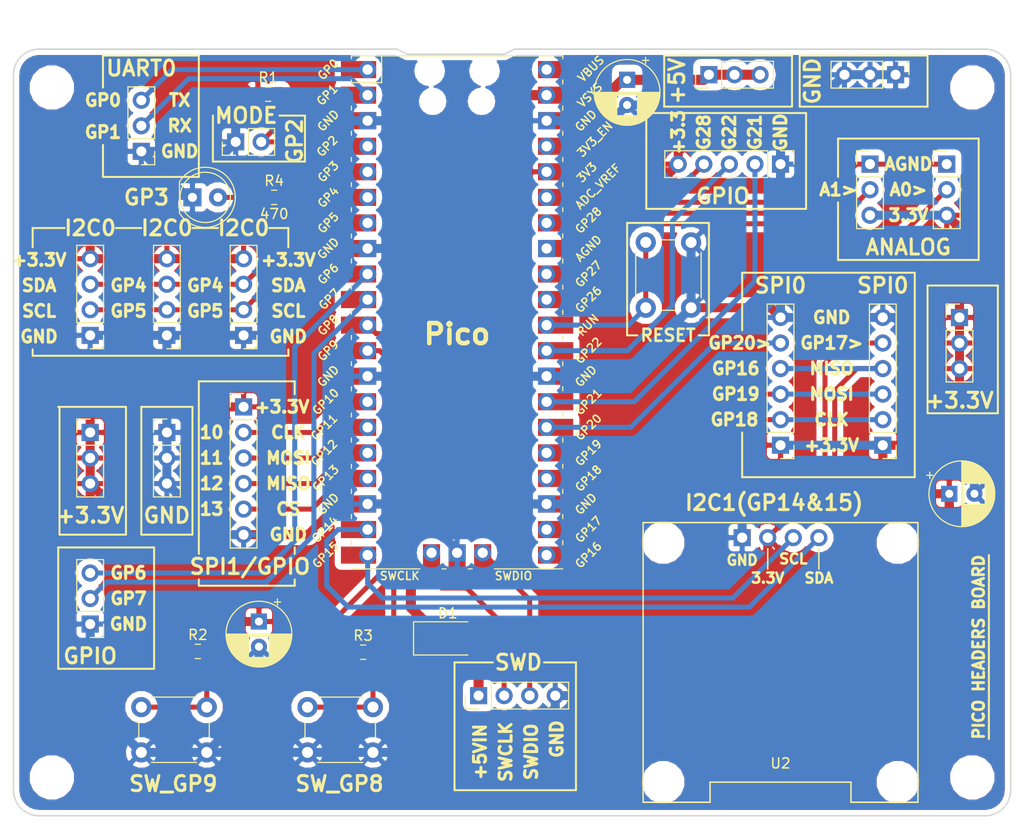
<source format=kicad_pcb>
(kicad_pcb (version 20171130) (host pcbnew 5.0.2+dfsg1-1)
  (layers (0 F.Cu signal) (31 B.Cu signal) (34 B.Paste user) (35 F.Paste user) (36 B.SilkS user) (37 F.SilkS user) (38 B.Mask user) (39 F.Mask user) (44 Edge.Cuts user))
  (net 0 "")
  (net 1 GND)
  (net 2 RUN)
  (net 3 MODE)
  (net 4 +5V)
  (net 5 +5VD)
  (net 6 SWCLK)
  (net 7 SWDIO)
  (net 8 +3V3)
  (net 9 ADC0)
  (net 10 AGND)
  (net 11 ADC1)
  (net 12 "Net-(U1-Pad35)")
  (net 13 "Net-(U1-Pad37)")
  (net 14 "Net-(U1-Pad40)")
  (net 15 GP9)
  (net 16 GP8)
  (net 17 SCL_0)
  (net 18 SDA_0)
  (net 19 U_RX)
  (net 20 U_TX)
  (net 21 SPI0_CS1)
  (net 22 SPI0_MISO)
  (net 23 SPI0_MOSI)
  (net 24 SPI0_CK)
  (net 25 SPI0_CS2)
  (net 26 GP21)
  (net 27 GP22)
  (net 28 GP28)
  (net 29 SPI1_CK_GP10)
  (net 30 SPI1_MOSI_GP11)
  (net 31 SPI1_MISO_GP12)
  (net 32 SPI1_CS1_GP13)
  (net 33 SDA_1)
  (net 34 SCL_1)
  (net 35 "Net-(D2-Pad2)")
  (net 36 LED0)
  (net 37 GP7)
  (net 38 GP6)
  (module oled_ssd1306:ssd1306_I2c (layer F.Cu) (at 149.86 86.36)
    (fp_text reference U2 (at 0 10.033) (layer F.SilkS))
    (fp_text value SSD1306_I2C)
    (fp_text user SDA (at 3.81 -8.382) (layer F.SilkS) (effects (font (thickness 0.25))))
    (fp_text user SCL (at 1.27 -10.287) (layer F.SilkS) (effects (font (thickness 0.25))))
    (fp_text user 3.3V (at -1.27 -8.382) (layer F.SilkS) (effects (font (thickness 0.25))))
    (fp_text user GND (at -3.81 -10.16) (layer F.SilkS) (effects (font (thickness 0.25))))
    (pad "" np_thru_hole circle (at 11.65 11.9) (size 3 3) (drill 3) (layers *.Cu *.Mask))
    (pad "" np_thru_hole circle (at -11.65 11.9) (size 3 3) (drill 3) (layers *.Cu *.Mask))
    (pad "" np_thru_hole circle (at 11.65 -11.9) (size 3 3) (drill 3) (layers *.Cu *.Mask))
    (pad "" np_thru_hole circle (at -11.65 -11.9) (size 3 3) (drill 3) (layers *.Cu *.Mask))
    (pad 4 thru_hole circle (at 3.81 -12.4) (size 1.7 1.7) (drill 1.02) (layers *.Cu *.Mask) (net 33 SDA_1))
    (pad 3 thru_hole circle (at 1.27 -12.4) (size 1.7 1.7) (drill 1.02) (layers *.Cu *.Mask) (net 34 SCL_1))
    (pad 2 thru_hole circle (at -1.27 -12.4) (size 1.7 1.7) (drill 1.02) (layers *.Cu *.Mask) (net 8 +3V3))
    (pad 1 thru_hole rect (at -3.81 -12.4) (size 1.7 1.7) (drill 1.02) (layers *.Cu *.Mask) (net 1 GND))
  )
  (module Capacitor_THT:CP_Radial_D6.3mm_P2.50mm (layer F.Cu) (at 134.62 28.448 270)
    (fp_text reference C1)
    (fp_text value CP)
    (pad 2 thru_hole circle (at 2.5 0 270) (size 1.6 1.6) (drill 0.8) (layers *.Cu *.Mask) (net 1 GND))
    (pad 1 thru_hole rect (at 0 0 270) (size 1.6 1.6) (drill 0.8) (layers *.Cu *.Mask) (net 4 +5V))
  )
  (module Connector_PinHeader_2.54mm:PinHeader_1x02_P2.54mm_Vertical (layer F.Cu) (at 95.7326 34.6202 90)
    (fp_text reference J1)
    (fp_text value MODE (at 2.6162 1.0414 180) (layer F.SilkS) (effects (font (size 1.5 1.5) (thickness 0.3))))
    (pad 1 thru_hole rect (at 0 0 90) (size 1.7 1.7) (drill 1) (layers *.Cu *.Mask) (net 1 GND))
    (pad 2 thru_hole oval (at 0 2.54 90) (size 1.7 1.7) (drill 1) (layers *.Cu *.Mask) (net 3 MODE))
  )
  (module Connector_PinHeader_2.54mm:PinHeader_1x04_P2.54mm_Vertical (layer F.Cu) (at 119.8626 89.662 90)
    (fp_text reference J2)
    (fp_text value SWD (at 3.302 3.9624 180) (layer F.SilkS) (effects (font (size 1.5 1.5) (thickness 0.3))))
    (pad 1 thru_hole rect (at 0 0 90) (size 1.7 1.7) (drill 1) (layers *.Cu *.Mask) (net 5 +5VD))
    (pad 2 thru_hole oval (at 0 2.54 90) (size 1.7 1.7) (drill 1) (layers *.Cu *.Mask) (net 6 SWCLK))
    (pad 3 thru_hole oval (at 0 5.08 90) (size 1.7 1.7) (drill 1) (layers *.Cu *.Mask) (net 7 SWDIO))
    (pad 4 thru_hole oval (at 0 7.62 90) (size 1.7 1.7) (drill 1) (layers *.Cu *.Mask) (net 1 GND))
  )
  (module Connector_PinHeader_2.54mm:PinHeader_1x03_P2.54mm_Vertical (layer F.Cu) (at 166.37 36.83)
    (fp_text reference J3)
    (fp_text value AN0_GP26)
    (pad 3 thru_hole oval (at 0 5.08) (size 1.7 1.7) (drill 1) (layers *.Cu *.Mask) (net 8 +3V3))
    (pad 2 thru_hole oval (at 0 2.54) (size 1.7 1.7) (drill 1) (layers *.Cu *.Mask) (net 9 ADC0))
    (pad 1 thru_hole rect (at 0 0) (size 1.7 1.7) (drill 1) (layers *.Cu *.Mask) (net 10 AGND))
  )
  (module Connector_PinHeader_2.54mm:PinHeader_1x03_P2.54mm_Vertical (layer F.Cu) (at 158.75 36.83)
    (fp_text reference J4)
    (fp_text value AN1_GP27)
    (pad 1 thru_hole rect (at 0 0) (size 1.7 1.7) (drill 1) (layers *.Cu *.Mask) (net 10 AGND))
    (pad 2 thru_hole oval (at 0 2.54) (size 1.7 1.7) (drill 1) (layers *.Cu *.Mask) (net 11 ADC1))
    (pad 3 thru_hole oval (at 0 5.08) (size 1.7 1.7) (drill 1) (layers *.Cu *.Mask) (net 8 +3V3))
  )
  (module Resistor_SMD:R_0805_2012Metric_Pad1.15x1.40mm_HandSolder (layer F.Cu) (at 98.9674 29.8704)
    (fp_text reference R1 (at 0 -1.65) (layer F.SilkS))
    (fp_text value 10k)
    (pad 1 smd roundrect (at -1.025 0) (size 1.15 1.4) (layers F.Cu F.Paste F.Mask) (roundrect_rratio 0.217391) (net 8 +3V3))
    (pad 2 smd roundrect (at 1.025 0) (size 1.15 1.4) (layers F.Cu F.Paste F.Mask) (roundrect_rratio 0.217391) (net 3 MODE))
  )
  (module MCU_RaspberryPi_and_Boards:RPi_Pico_SMD_TH (layer F.Cu) (at 117.729 51.562)
    (fp_text reference U1)
    (fp_text value Pico (at 0 2.159) (layer F.SilkS) (effects (font (size 2 2) (thickness 0.45))))
    (fp_text user GP1 (at -12.9 -21.6 45) (layer F.SilkS) (effects (font (size 0.8 0.8))))
    (fp_text user GP2 (at -12.9 -16.51 45) (layer F.SilkS) (effects (font (size 0.8 0.8))))
    (fp_text user GP0 (at -12.8 -24.13 45) (layer F.SilkS) (effects (font (size 0.8 0.8))))
    (fp_text user GP3 (at -12.8 -13.97 45) (layer F.SilkS) (effects (font (size 0.8 0.8))))
    (fp_text user GP4 (at -12.8 -11.43 45) (layer F.SilkS) (effects (font (size 0.8 0.8))))
    (fp_text user GP5 (at -12.8 -8.89 45) (layer F.SilkS) (effects (font (size 0.8 0.8))))
    (fp_text user GP6 (at -12.8 -3.81 45) (layer F.SilkS) (effects (font (size 0.8 0.8))))
    (fp_text user GP7 (at -12.7 -1.3 45) (layer F.SilkS) (effects (font (size 0.8 0.8))))
    (fp_text user GP8 (at -12.8 1.27 45) (layer F.SilkS) (effects (font (size 0.8 0.8))))
    (fp_text user GP9 (at -12.8 3.81 45) (layer F.SilkS) (effects (font (size 0.8 0.8))))
    (fp_text user GP10 (at -13.054 8.89 45) (layer F.SilkS) (effects (font (size 0.8 0.8))))
    (fp_text user GP11 (at -13.2 11.43 45) (layer F.SilkS) (effects (font (size 0.8 0.8))))
    (fp_text user GP12 (at -13.2 13.97 45) (layer F.SilkS) (effects (font (size 0.8 0.8))))
    (fp_text user GP13 (at -13.054 16.51 45) (layer F.SilkS) (effects (font (size 0.8 0.8))))
    (fp_text user GP14 (at -13.1 21.59 45) (layer F.SilkS) (effects (font (size 0.8 0.8))))
    (fp_text user GP15 (at -13.054 24.13 45) (layer F.SilkS) (effects (font (size 0.8 0.8))))
    (fp_text user GP16 (at 13.054 24.13 45) (layer F.SilkS) (effects (font (size 0.8 0.8))))
    (fp_text user GP17 (at 13.054 21.59 45) (layer F.SilkS) (effects (font (size 0.8 0.8))))
    (fp_text user GP18 (at 13.054 16.51 45) (layer F.SilkS) (effects (font (size 0.8 0.8))))
    (fp_text user GP19 (at 13.054 13.97 45) (layer F.SilkS) (effects (font (size 0.8 0.8))))
    (fp_text user GP20 (at 13.054 11.43 45) (layer F.SilkS) (effects (font (size 0.8 0.8))))
    (fp_text user GP21 (at 13.054 8.9 45) (layer F.SilkS) (effects (font (size 0.8 0.8))))
    (fp_text user GP22 (at 13.054 3.81 45) (layer F.SilkS) (effects (font (size 0.8 0.8))))
    (fp_text user RUN (at 13 1.27 45) (layer F.SilkS) (effects (font (size 0.8 0.8))))
    (fp_text user GP26 (at 13.054 -1.27 45) (layer F.SilkS) (effects (font (size 0.8 0.8))))
    (fp_text user GP27 (at 13.054 -3.8 45) (layer F.SilkS) (effects (font (size 0.8 0.8))))
    (fp_text user GP28 (at 13.054 -9.144 45) (layer F.SilkS) (effects (font (size 0.8 0.8))))
    (fp_text user ADC_VREF (at 14 -12.5 45) (layer F.SilkS) (effects (font (size 0.8 0.8))))
    (fp_text user 3V3 (at 12.9 -13.9 45) (layer F.SilkS) (effects (font (size 0.8 0.8))))
    (fp_text user 3V3_EN (at 13.7 -17.2 45) (layer F.SilkS) (effects (font (size 0.8 0.8))))
    (fp_text user VSYS (at 13.2 -21.59 45) (layer F.SilkS) (effects (font (size 0.8 0.8))))
    (fp_text user VBUS (at 13.3 -24.2 45) (layer F.SilkS) (effects (font (size 0.8 0.8))))
    (fp_text user GND (at -12.8 -19.05 45) (layer F.SilkS) (effects (font (size 0.8 0.8))))
    (fp_text user GND (at -12.8 -6.35 45) (layer F.SilkS) (effects (font (size 0.8 0.8))))
    (fp_text user GND (at -12.8 6.35 45) (layer F.SilkS) (effects (font (size 0.8 0.8))))
    (fp_text user GND (at -12.8 19.05 45) (layer F.SilkS) (effects (font (size 0.8 0.8))))
    (fp_text user GND (at 12.8 19.05 45) (layer F.SilkS) (effects (font (size 0.8 0.8))))
    (fp_text user GND (at 12.8 6.35 45) (layer F.SilkS) (effects (font (size 0.8 0.8))))
    (fp_text user GND (at 12.8 -19.05 45) (layer F.SilkS) (effects (font (size 0.8 0.8))))
    (fp_text user AGND (at 13.054 -6.35 45) (layer F.SilkS) (effects (font (size 0.8 0.8))))
    (fp_text user SWCLK (at -5.7 26.2) (layer F.SilkS) (effects (font (size 0.8 0.8))))
    (fp_text user SWDIO (at 5.6 26.2) (layer F.SilkS) (effects (font (size 0.8 0.8))))
    (pad 1 thru_hole oval (at -8.89 -24.13) (size 1.7 1.7) (drill 1.02) (layers *.Cu *.Mask) (net 20 U_TX))
    (pad 2 thru_hole oval (at -8.89 -21.59) (size 1.7 1.7) (drill 1.02) (layers *.Cu *.Mask) (net 19 U_RX))
    (pad 3 thru_hole rect (at -8.89 -19.05) (size 1.7 1.7) (drill 1.02) (layers *.Cu *.Mask) (net 1 GND))
    (pad 4 thru_hole oval (at -8.89 -16.51) (size 1.7 1.7) (drill 1.02) (layers *.Cu *.Mask) (net 3 MODE))
    (pad 5 thru_hole oval (at -8.89 -13.97) (size 1.7 1.7) (drill 1.02) (layers *.Cu *.Mask) (net 36 LED0))
    (pad 6 thru_hole oval (at -8.89 -11.43) (size 1.7 1.7) (drill 1.02) (layers *.Cu *.Mask) (net 18 SDA_0))
    (pad 7 thru_hole oval (at -8.89 -8.89) (size 1.7 1.7) (drill 1.02) (layers *.Cu *.Mask) (net 17 SCL_0))
    (pad 8 thru_hole rect (at -8.89 -6.35) (size 1.7 1.7) (drill 1.02) (layers *.Cu *.Mask) (net 1 GND))
    (pad 9 thru_hole oval (at -8.89 -3.81) (size 1.7 1.7) (drill 1.02) (layers *.Cu *.Mask) (net 38 GP6))
    (pad 10 thru_hole oval (at -8.89 -1.27) (size 1.7 1.7) (drill 1.02) (layers *.Cu *.Mask) (net 37 GP7))
    (pad 11 thru_hole oval (at -8.89 1.27) (size 1.7 1.7) (drill 1.02) (layers *.Cu *.Mask) (net 16 GP8))
    (pad 12 thru_hole oval (at -8.89 3.81) (size 1.7 1.7) (drill 1.02) (layers *.Cu *.Mask) (net 15 GP9))
    (pad 13 thru_hole rect (at -8.89 6.35) (size 1.7 1.7) (drill 1.02) (layers *.Cu *.Mask) (net 1 GND))
    (pad 14 thru_hole oval (at -8.89 8.89) (size 1.7 1.7) (drill 1.02) (layers *.Cu *.Mask) (net 29 SPI1_CK_GP10))
    (pad 15 thru_hole oval (at -8.89 11.43) (size 1.7 1.7) (drill 1.02) (layers *.Cu *.Mask) (net 30 SPI1_MOSI_GP11))
    (pad 16 thru_hole oval (at -8.89 13.97) (size 1.7 1.7) (drill 1.02) (layers *.Cu *.Mask) (net 31 SPI1_MISO_GP12))
    (pad 17 thru_hole oval (at -8.89 16.51) (size 1.7 1.7) (drill 1.02) (layers *.Cu *.Mask) (net 32 SPI1_CS1_GP13))
    (pad 18 thru_hole rect (at -8.89 19.05) (size 1.7 1.7) (drill 1.02) (layers *.Cu *.Mask) (net 1 GND))
    (pad 19 thru_hole oval (at -8.89 21.59) (size 1.7 1.7) (drill 1.02) (layers *.Cu *.Mask) (net 33 SDA_1))
    (pad 20 thru_hole oval (at -8.89 24.13) (size 1.7 1.7) (drill 1.02) (layers *.Cu *.Mask) (net 34 SCL_1))
    (pad 21 thru_hole oval (at 8.89 24.13) (size 1.7 1.7) (drill 1.02) (layers *.Cu *.Mask) (net 22 SPI0_MISO))
    (pad 22 thru_hole oval (at 8.89 21.59) (size 1.7 1.7) (drill 1.02) (layers *.Cu *.Mask) (net 21 SPI0_CS1))
    (pad 23 thru_hole rect (at 8.89 19.05) (size 1.7 1.7) (drill 1.02) (layers *.Cu *.Mask) (net 1 GND))
    (pad 24 thru_hole oval (at 8.89 16.51) (size 1.7 1.7) (drill 1.02) (layers *.Cu *.Mask) (net 24 SPI0_CK))
    (pad 25 thru_hole oval (at 8.89 13.97) (size 1.7 1.7) (drill 1.02) (layers *.Cu *.Mask) (net 23 SPI0_MOSI))
    (pad 26 thru_hole oval (at 8.89 11.43) (size 1.7 1.7) (drill 1.02) (layers *.Cu *.Mask) (net 25 SPI0_CS2))
    (pad 27 thru_hole oval (at 8.89 8.89) (size 1.7 1.7) (drill 1.02) (layers *.Cu *.Mask) (net 26 GP21))
    (pad 28 thru_hole rect (at 8.89 6.35) (size 1.7 1.7) (drill 1.02) (layers *.Cu *.Mask) (net 1 GND))
    (pad 29 thru_hole oval (at 8.89 3.81) (size 1.7 1.7) (drill 1.02) (layers *.Cu *.Mask) (net 27 GP22))
    (pad 30 thru_hole oval (at 8.89 1.27) (size 1.7 1.7) (drill 1.02) (layers *.Cu *.Mask) (net 2 RUN))
    (pad 31 thru_hole oval (at 8.89 -1.27) (size 1.7 1.7) (drill 1.02) (layers *.Cu *.Mask) (net 9 ADC0))
    (pad 32 thru_hole oval (at 8.89 -3.81) (size 1.7 1.7) (drill 1.02) (layers *.Cu *.Mask) (net 11 ADC1))
    (pad 33 thru_hole rect (at 8.89 -6.35) (size 1.7 1.7) (drill 1.02) (layers *.Cu *.Mask) (net 10 AGND))
    (pad 34 thru_hole oval (at 8.89 -8.89) (size 1.7 1.7) (drill 1.02) (layers *.Cu *.Mask) (net 28 GP28))
    (pad 35 thru_hole oval (at 8.89 -11.43) (size 1.7 1.7) (drill 1.02) (layers *.Cu *.Mask) (net 12 "Net-(U1-Pad35)"))
    (pad 36 thru_hole oval (at 8.89 -13.97) (size 1.7 1.7) (drill 1.02) (layers *.Cu *.Mask) (net 8 +3V3))
    (pad 37 thru_hole oval (at 8.89 -16.51) (size 1.7 1.7) (drill 1.02) (layers *.Cu *.Mask) (net 13 "Net-(U1-Pad37)"))
    (pad 38 thru_hole rect (at 8.89 -19.05) (size 1.7 1.7) (drill 1.02) (layers *.Cu *.Mask) (net 1 GND))
    (pad 39 thru_hole oval (at 8.89 -21.59) (size 1.7 1.7) (drill 1.02) (layers *.Cu *.Mask) (net 4 +5V))
    (pad 40 thru_hole oval (at 8.89 -24.13) (size 1.7 1.7) (drill 1.02) (layers *.Cu *.Mask) (net 14 "Net-(U1-Pad40)"))
    (pad 1 smd rect (at -8.89 -24.13) (size 3.5 1.7) (drill (offset -0.9 0)) (layers F.Cu F.Mask) (net 20 U_TX))
    (pad 2 smd rect (at -8.89 -21.59) (size 3.5 1.7) (drill (offset -0.9 0)) (layers F.Cu F.Mask) (net 19 U_RX))
    (pad 3 smd rect (at -8.89 -19.05) (size 3.5 1.7) (drill (offset -0.9 0)) (layers F.Cu F.Mask) (net 1 GND))
    (pad 4 smd rect (at -8.89 -16.51) (size 3.5 1.7) (drill (offset -0.9 0)) (layers F.Cu F.Mask) (net 3 MODE))
    (pad 5 smd rect (at -8.89 -13.97) (size 3.5 1.7) (drill (offset -0.9 0)) (layers F.Cu F.Mask) (net 36 LED0))
    (pad 6 smd rect (at -8.89 -11.43) (size 3.5 1.7) (drill (offset -0.9 0)) (layers F.Cu F.Mask) (net 18 SDA_0))
    (pad 7 smd rect (at -8.89 -8.89) (size 3.5 1.7) (drill (offset -0.9 0)) (layers F.Cu F.Mask) (net 17 SCL_0))
    (pad 8 smd rect (at -8.89 -6.35) (size 3.5 1.7) (drill (offset -0.9 0)) (layers F.Cu F.Mask) (net 1 GND))
    (pad 9 smd rect (at -8.89 -3.81) (size 3.5 1.7) (drill (offset -0.9 0)) (layers F.Cu F.Mask) (net 38 GP6))
    (pad 10 smd rect (at -8.89 -1.27) (size 3.5 1.7) (drill (offset -0.9 0)) (layers F.Cu F.Mask) (net 37 GP7))
    (pad 11 smd rect (at -8.89 1.27) (size 3.5 1.7) (drill (offset -0.9 0)) (layers F.Cu F.Mask) (net 16 GP8))
    (pad 12 smd rect (at -8.89 3.81) (size 3.5 1.7) (drill (offset -0.9 0)) (layers F.Cu F.Mask) (net 15 GP9))
    (pad 13 smd rect (at -8.89 6.35) (size 3.5 1.7) (drill (offset -0.9 0)) (layers F.Cu F.Mask) (net 1 GND))
    (pad 14 smd rect (at -8.89 8.89) (size 3.5 1.7) (drill (offset -0.9 0)) (layers F.Cu F.Mask) (net 29 SPI1_CK_GP10))
    (pad 15 smd rect (at -8.89 11.43) (size 3.5 1.7) (drill (offset -0.9 0)) (layers F.Cu F.Mask) (net 30 SPI1_MOSI_GP11))
    (pad 16 smd rect (at -8.89 13.97) (size 3.5 1.7) (drill (offset -0.9 0)) (layers F.Cu F.Mask) (net 31 SPI1_MISO_GP12))
    (pad 17 smd rect (at -8.89 16.51) (size 3.5 1.7) (drill (offset -0.9 0)) (layers F.Cu F.Mask) (net 32 SPI1_CS1_GP13))
    (pad 18 smd rect (at -8.89 19.05) (size 3.5 1.7) (drill (offset -0.9 0)) (layers F.Cu F.Mask) (net 1 GND))
    (pad 19 smd rect (at -8.89 21.59) (size 3.5 1.7) (drill (offset -0.9 0)) (layers F.Cu F.Mask) (net 33 SDA_1))
    (pad 20 smd rect (at -8.89 24.13) (size 3.5 1.7) (drill (offset -0.9 0)) (layers F.Cu F.Mask) (net 34 SCL_1))
    (pad 40 smd rect (at 8.89 -24.13) (size 3.5 1.7) (drill (offset 0.9 0)) (layers F.Cu F.Mask) (net 14 "Net-(U1-Pad40)"))
    (pad 39 smd rect (at 8.89 -21.59) (size 3.5 1.7) (drill (offset 0.9 0)) (layers F.Cu F.Mask) (net 4 +5V))
    (pad 38 smd rect (at 8.89 -19.05) (size 3.5 1.7) (drill (offset 0.9 0)) (layers F.Cu F.Mask) (net 1 GND))
    (pad 37 smd rect (at 8.89 -16.51) (size 3.5 1.7) (drill (offset 0.9 0)) (layers F.Cu F.Mask) (net 13 "Net-(U1-Pad37)"))
    (pad 36 smd rect (at 8.89 -13.97) (size 3.5 1.7) (drill (offset 0.9 0)) (layers F.Cu F.Mask) (net 8 +3V3))
    (pad 35 smd rect (at 8.89 -11.43) (size 3.5 1.7) (drill (offset 0.9 0)) (layers F.Cu F.Mask) (net 12 "Net-(U1-Pad35)"))
    (pad 34 smd rect (at 8.89 -8.89) (size 3.5 1.7) (drill (offset 0.9 0)) (layers F.Cu F.Mask) (net 28 GP28))
    (pad 33 smd rect (at 8.89 -6.35) (size 3.5 1.7) (drill (offset 0.9 0)) (layers F.Cu F.Mask) (net 10 AGND))
    (pad 32 smd rect (at 8.89 -3.81) (size 3.5 1.7) (drill (offset 0.9 0)) (layers F.Cu F.Mask) (net 11 ADC1))
    (pad 31 smd rect (at 8.89 -1.27) (size 3.5 1.7) (drill (offset 0.9 0)) (layers F.Cu F.Mask) (net 9 ADC0))
    (pad 30 smd rect (at 8.89 1.27) (size 3.5 1.7) (drill (offset 0.9 0)) (layers F.Cu F.Mask) (net 2 RUN))
    (pad 29 smd rect (at 8.89 3.81) (size 3.5 1.7) (drill (offset 0.9 0)) (layers F.Cu F.Mask) (net 27 GP22))
    (pad 28 smd rect (at 8.89 6.35) (size 3.5 1.7) (drill (offset 0.9 0)) (layers F.Cu F.Mask) (net 1 GND))
    (pad 27 smd rect (at 8.89 8.89) (size 3.5 1.7) (drill (offset 0.9 0)) (layers F.Cu F.Mask) (net 26 GP21))
    (pad 26 smd rect (at 8.89 11.43) (size 3.5 1.7) (drill (offset 0.9 0)) (layers F.Cu F.Mask) (net 25 SPI0_CS2))
    (pad 25 smd rect (at 8.89 13.97) (size 3.5 1.7) (drill (offset 0.9 0)) (layers F.Cu F.Mask) (net 23 SPI0_MOSI))
    (pad 24 smd rect (at 8.89 16.51) (size 3.5 1.7) (drill (offset 0.9 0)) (layers F.Cu F.Mask) (net 24 SPI0_CK))
    (pad 23 smd rect (at 8.89 19.05) (size 3.5 1.7) (drill (offset 0.9 0)) (layers F.Cu F.Mask) (net 1 GND))
    (pad 22 smd rect (at 8.89 21.59) (size 3.5 1.7) (drill (offset 0.9 0)) (layers F.Cu F.Mask) (net 21 SPI0_CS1))
    (pad 21 smd rect (at 8.89 24.13) (size 3.5 1.7) (drill (offset 0.9 0)) (layers F.Cu F.Mask) (net 22 SPI0_MISO))
    (pad "" np_thru_hole oval (at -2.725 -24) (size 1.8 1.8) (drill 1.8) (layers *.Cu *.Mask))
    (pad "" np_thru_hole oval (at 2.725 -24) (size 1.8 1.8) (drill 1.8) (layers *.Cu *.Mask))
    (pad "" np_thru_hole oval (at -2.425 -20.97) (size 1.5 1.5) (drill 1.5) (layers *.Cu *.Mask))
    (pad "" np_thru_hole oval (at 2.425 -20.97) (size 1.5 1.5) (drill 1.5) (layers *.Cu *.Mask))
    (pad 41 smd rect (at -2.54 23.9 90) (size 3.5 1.7) (drill (offset -0.9 0)) (layers F.Cu F.Mask) (net 6 SWCLK))
    (pad 41 thru_hole oval (at -2.54 23.9) (size 1.7 1.7) (drill 1.02) (layers *.Cu *.Mask) (net 6 SWCLK))
    (pad 42 smd rect (at 0 23.9 90) (size 3.5 1.7) (drill (offset -0.9 0)) (layers F.Cu F.Mask) (net 1 GND))
    (pad 42 thru_hole rect (at 0 23.9) (size 1.7 1.7) (drill 1.02) (layers *.Cu *.Mask) (net 1 GND))
    (pad 43 smd rect (at 2.54 23.9 90) (size 3.5 1.7) (drill (offset -0.9 0)) (layers F.Cu F.Mask) (net 7 SWDIO))
    (pad 43 thru_hole oval (at 2.54 23.9) (size 1.7 1.7) (drill 1.02) (layers *.Cu *.Mask) (net 7 SWDIO))
  )
  (module Connector_PinHeader_2.54mm:PinHeader_1x04_P2.54mm_Vertical (layer F.Cu) (at 96.52 53.848 180)
    (fp_text reference J5)
    (fp_text value I2C0 (at 0 10.668 180) (layer F.SilkS) (effects (font (size 1.5 1.5) (thickness 0.3))))
    (pad 1 thru_hole rect (at 0 0 180) (size 1.7 1.7) (drill 1) (layers *.Cu *.Mask) (net 1 GND))
    (pad 2 thru_hole oval (at 0 2.54 180) (size 1.7 1.7) (drill 1) (layers *.Cu *.Mask) (net 17 SCL_0))
    (pad 3 thru_hole oval (at 0 5.08 180) (size 1.7 1.7) (drill 1) (layers *.Cu *.Mask) (net 18 SDA_0))
    (pad 4 thru_hole oval (at 0 7.62 180) (size 1.7 1.7) (drill 1) (layers *.Cu *.Mask) (net 8 +3V3))
  )
  (module Connector_PinHeader_2.54mm:PinHeader_1x04_P2.54mm_Vertical (layer F.Cu) (at 88.9 53.848 180)
    (fp_text reference J6)
    (fp_text value I2C0 (at 0 10.668 180) (layer F.SilkS) (effects (font (size 1.5 1.5) (thickness 0.3))))
    (pad 4 thru_hole oval (at 0 7.62 180) (size 1.7 1.7) (drill 1) (layers *.Cu *.Mask) (net 8 +3V3))
    (pad 3 thru_hole oval (at 0 5.08 180) (size 1.7 1.7) (drill 1) (layers *.Cu *.Mask) (net 18 SDA_0))
    (pad 2 thru_hole oval (at 0 2.54 180) (size 1.7 1.7) (drill 1) (layers *.Cu *.Mask) (net 17 SCL_0))
    (pad 1 thru_hole rect (at 0 0 180) (size 1.7 1.7) (drill 1) (layers *.Cu *.Mask) (net 1 GND))
  )
  (module Connector_PinHeader_2.54mm:PinHeader_1x04_P2.54mm_Vertical (layer F.Cu) (at 81.28 53.848 180)
    (fp_text reference J7)
    (fp_text value I2C0 (at 0 10.668 180) (layer F.SilkS) (effects (font (size 1.5 1.5) (thickness 0.3))))
    (pad 1 thru_hole rect (at 0 0 180) (size 1.7 1.7) (drill 1) (layers *.Cu *.Mask) (net 1 GND))
    (pad 2 thru_hole oval (at 0 2.54 180) (size 1.7 1.7) (drill 1) (layers *.Cu *.Mask) (net 17 SCL_0))
    (pad 3 thru_hole oval (at 0 5.08 180) (size 1.7 1.7) (drill 1) (layers *.Cu *.Mask) (net 18 SDA_0))
    (pad 4 thru_hole oval (at 0 7.62 180) (size 1.7 1.7) (drill 1) (layers *.Cu *.Mask) (net 8 +3V3))
  )
  (module Connector_PinHeader_2.54mm:PinHeader_1x03_P2.54mm_Vertical (layer F.Cu) (at 86.36 35.56 180)
    (fp_text reference J8)
    (fp_text value UART0 (at 0 8.255 180) (layer F.SilkS) (effects (font (size 1.5 1.5) (thickness 0.3))))
    (pad 1 thru_hole rect (at 0 0 180) (size 1.7 1.7) (drill 1) (layers *.Cu *.Mask) (net 1 GND))
    (pad 2 thru_hole oval (at 0 2.54 180) (size 1.7 1.7) (drill 1) (layers *.Cu *.Mask) (net 19 U_RX))
    (pad 3 thru_hole oval (at 0 5.08 180) (size 1.7 1.7) (drill 1) (layers *.Cu *.Mask) (net 20 U_TX))
  )
  (module Connector_PinHeader_2.54mm:PinHeader_1x06_P2.54mm_Vertical (layer F.Cu) (at 160.02 64.77 180)
    (fp_text reference J9)
    (fp_text value SPI0 (at 0 15.875 180) (layer F.SilkS) (effects (font (size 1.5 1.5) (thickness 0.3))))
    (pad 1 thru_hole rect (at 0 0 180) (size 1.7 1.7) (drill 1) (layers *.Cu *.Mask) (net 8 +3V3))
    (pad 2 thru_hole oval (at 0 2.54 180) (size 1.7 1.7) (drill 1) (layers *.Cu *.Mask) (net 24 SPI0_CK))
    (pad 3 thru_hole oval (at 0 5.08 180) (size 1.7 1.7) (drill 1) (layers *.Cu *.Mask) (net 23 SPI0_MOSI))
    (pad 4 thru_hole oval (at 0 7.62 180) (size 1.7 1.7) (drill 1) (layers *.Cu *.Mask) (net 22 SPI0_MISO))
    (pad 5 thru_hole oval (at 0 10.16 180) (size 1.7 1.7) (drill 1) (layers *.Cu *.Mask) (net 21 SPI0_CS1))
    (pad 6 thru_hole oval (at 0 12.7 180) (size 1.7 1.7) (drill 1) (layers *.Cu *.Mask) (net 1 GND))
  )
  (module Connector_PinHeader_2.54mm:PinHeader_1x06_P2.54mm_Vertical (layer F.Cu) (at 149.86 64.77 180)
    (fp_text reference J10)
    (fp_text value SPI0 (at 0 15.875 180) (layer F.SilkS) (effects (font (size 1.5 1.5) (thickness 0.3))))
    (pad 1 thru_hole rect (at 0 0 180) (size 1.7 1.7) (drill 1) (layers *.Cu *.Mask) (net 8 +3V3))
    (pad 2 thru_hole oval (at 0 2.54 180) (size 1.7 1.7) (drill 1) (layers *.Cu *.Mask) (net 24 SPI0_CK))
    (pad 3 thru_hole oval (at 0 5.08 180) (size 1.7 1.7) (drill 1) (layers *.Cu *.Mask) (net 23 SPI0_MOSI))
    (pad 4 thru_hole oval (at 0 7.62 180) (size 1.7 1.7) (drill 1) (layers *.Cu *.Mask) (net 22 SPI0_MISO))
    (pad 5 thru_hole oval (at 0 10.16 180) (size 1.7 1.7) (drill 1) (layers *.Cu *.Mask) (net 25 SPI0_CS2))
    (pad 6 thru_hole oval (at 0 12.7 180) (size 1.7 1.7) (drill 1) (layers *.Cu *.Mask) (net 1 GND))
  )
  (module Connector_PinHeader_2.54mm:PinHeader_1x05_P2.54mm_Vertical (layer F.Cu) (at 149.86 36.83 270)
    (fp_text reference J11)
    (fp_text value GPIO (at 3.175 5.715) (layer F.SilkS) (effects (font (size 1.5 1.5) (thickness 0.3))))
    (pad 1 thru_hole rect (at 0 0 270) (size 1.7 1.7) (drill 1) (layers *.Cu *.Mask) (net 1 GND))
    (pad 2 thru_hole oval (at 0 2.54 270) (size 1.7 1.7) (drill 1) (layers *.Cu *.Mask) (net 26 GP21))
    (pad 3 thru_hole oval (at 0 5.08 270) (size 1.7 1.7) (drill 1) (layers *.Cu *.Mask) (net 27 GP22))
    (pad 4 thru_hole oval (at 0 7.62 270) (size 1.7 1.7) (drill 1) (layers *.Cu *.Mask) (net 28 GP28))
    (pad 5 thru_hole oval (at 0 10.16 270) (size 1.7 1.7) (drill 1) (layers *.Cu *.Mask) (net 8 +3V3))
  )
  (module Connector_PinHeader_2.54mm:PinHeader_1x06_P2.54mm_Vertical (layer F.Cu) (at 96.52 60.96)
    (fp_text reference J12)
    (fp_text value SPI1/GPIO (at 0.635 15.875) (layer F.SilkS) (effects (font (size 1.5 1.5) (thickness 0.3))))
    (pad 1 thru_hole rect (at 0 0) (size 1.7 1.7) (drill 1) (layers *.Cu *.Mask) (net 8 +3V3))
    (pad 2 thru_hole oval (at 0 2.54) (size 1.7 1.7) (drill 1) (layers *.Cu *.Mask) (net 29 SPI1_CK_GP10))
    (pad 3 thru_hole oval (at 0 5.08) (size 1.7 1.7) (drill 1) (layers *.Cu *.Mask) (net 30 SPI1_MOSI_GP11))
    (pad 4 thru_hole oval (at 0 7.62) (size 1.7 1.7) (drill 1) (layers *.Cu *.Mask) (net 31 SPI1_MISO_GP12))
    (pad 5 thru_hole oval (at 0 10.16) (size 1.7 1.7) (drill 1) (layers *.Cu *.Mask) (net 32 SPI1_CS1_GP13))
    (pad 6 thru_hole oval (at 0 12.7) (size 1.7 1.7) (drill 1) (layers *.Cu *.Mask) (net 1 GND))
  )
  (module Resistor_SMD:R_0805_2012Metric_Pad1.15x1.40mm_HandSolder (layer F.Cu) (at 91.9734 85.2678)
    (fp_text reference R2 (at 0 -1.65) (layer F.SilkS))
    (fp_text value 10k)
    (pad 2 smd roundrect (at 1.025 0) (size 1.15 1.4) (layers F.Cu F.Paste F.Mask) (roundrect_rratio 0.217391) (net 15 GP9))
    (pad 1 smd roundrect (at -1.025 0) (size 1.15 1.4) (layers F.Cu F.Paste F.Mask) (roundrect_rratio 0.217391) (net 8 +3V3))
  )
  (module Resistor_SMD:R_0805_2012Metric_Pad1.15x1.40mm_HandSolder (layer F.Cu) (at 108.3982 85.344)
    (fp_text reference R3 (at 0 -1.65) (layer F.SilkS))
    (fp_text value 10k)
    (pad 1 smd roundrect (at -1.025 0) (size 1.15 1.4) (layers F.Cu F.Paste F.Mask) (roundrect_rratio 0.217391) (net 8 +3V3))
    (pad 2 smd roundrect (at 1.025 0) (size 1.15 1.4) (layers F.Cu F.Paste F.Mask) (roundrect_rratio 0.217391) (net 16 GP8))
  )
  (module Resistor_SMD:R_0805_2012Metric_Pad1.15x1.40mm_HandSolder (layer F.Cu) (at 99.559 40.132)
    (fp_text reference R4 (at 0 -1.65) (layer F.SilkS))
    (fp_text value 470 (at 0 1.65) (layer F.SilkS))
    (pad 1 smd roundrect (at -1.025 0) (size 1.15 1.4) (layers F.Cu F.Paste F.Mask) (roundrect_rratio 0.217391) (net 35 "Net-(D2-Pad2)"))
    (pad 2 smd roundrect (at 1.025 0) (size 1.15 1.4) (layers F.Cu F.Paste F.Mask) (roundrect_rratio 0.217391) (net 36 LED0))
  )
  (module Connector_PinHeader_2.54mm:PinHeader_1x03_P2.54mm_Vertical (layer F.Cu) (at 81.28 63.5)
    (fp_text reference J13)
    (fp_text value +3.3V (at 0 8.255) (layer F.SilkS) (effects (font (size 1.5 1.5) (thickness 0.3))))
    (pad 3 thru_hole oval (at 0 5.08) (size 1.7 1.7) (drill 1) (layers *.Cu *.Mask) (net 8 +3V3))
    (pad 2 thru_hole oval (at 0 2.54) (size 1.7 1.7) (drill 1) (layers *.Cu *.Mask) (net 8 +3V3))
    (pad 1 thru_hole rect (at 0 0) (size 1.7 1.7) (drill 1) (layers *.Cu *.Mask) (net 8 +3V3))
  )
  (module Connector_PinHeader_2.54mm:PinHeader_1x03_P2.54mm_Vertical (layer F.Cu) (at 142.748 27.94 90)
    (fp_text reference J14)
    (fp_text value +5V (at -0.635 -3.175 90) (layer F.SilkS) (effects (font (size 1.5 1.5) (thickness 0.3))))
    (pad 1 thru_hole rect (at 0 0 90) (size 1.7 1.7) (drill 1) (layers *.Cu *.Mask) (net 4 +5V))
    (pad 2 thru_hole oval (at 0 2.54 90) (size 1.7 1.7) (drill 1) (layers *.Cu *.Mask) (net 4 +5V))
    (pad 3 thru_hole oval (at 0 5.08 90) (size 1.7 1.7) (drill 1) (layers *.Cu *.Mask) (net 4 +5V))
  )
  (module Connector_PinHeader_2.54mm:PinHeader_1x03_P2.54mm_Vertical (layer F.Cu) (at 161.29 27.94 270)
    (fp_text reference J15)
    (fp_text value GND (at 0.635 8.255 270) (layer F.SilkS) (effects (font (size 1.5 1.5) (thickness 0.3))))
    (pad 1 thru_hole rect (at 0 0 270) (size 1.7 1.7) (drill 1) (layers *.Cu *.Mask) (net 1 GND))
    (pad 2 thru_hole oval (at 0 2.54 270) (size 1.7 1.7) (drill 1) (layers *.Cu *.Mask) (net 1 GND))
    (pad 3 thru_hole oval (at 0 5.08 270) (size 1.7 1.7) (drill 1) (layers *.Cu *.Mask) (net 1 GND))
  )
  (module MountingHole:MountingHole_3.2mm_M3 (layer F.Cu) (at 77.47 29.21)
    (fp_text reference H1)
    (fp_text value MountingHole)
    (pad 1 np_thru_hole circle (at 0 0) (size 3.2 3.2) (drill 3.2) (layers *.Cu *.Mask))
  )
  (module MountingHole:MountingHole_3.2mm_M3 (layer F.Cu) (at 168.91 29.21)
    (fp_text reference H2)
    (fp_text value MountingHole)
    (pad 1 np_thru_hole circle (at 0 0) (size 3.2 3.2) (drill 3.2) (layers *.Cu *.Mask))
  )
  (module MountingHole:MountingHole_3.2mm_M3 (layer F.Cu) (at 168.91 97.79)
    (fp_text reference H3)
    (fp_text value MountingHole)
    (pad 1 np_thru_hole circle (at 0 0) (size 3.2 3.2) (drill 3.2) (layers *.Cu *.Mask))
  )
  (module MountingHole:MountingHole_3.2mm_M3 (layer F.Cu) (at 77.47 97.79)
    (fp_text reference H4)
    (fp_text value MountingHole)
    (pad 1 np_thru_hole circle (at 0 0) (size 3.2 3.2) (drill 3.2) (layers *.Cu *.Mask))
  )
  (module Connector_PinHeader_2.54mm:PinHeader_1x03_P2.54mm_Vertical (layer F.Cu) (at 88.9 63.5)
    (fp_text reference J16)
    (fp_text value GND (at 0 8.255) (layer F.SilkS) (effects (font (size 1.5 1.5) (thickness 0.3))))
    (pad 1 thru_hole rect (at 0 0) (size 1.7 1.7) (drill 1) (layers *.Cu *.Mask) (net 1 GND))
    (pad 2 thru_hole oval (at 0 2.54) (size 1.7 1.7) (drill 1) (layers *.Cu *.Mask) (net 1 GND))
    (pad 3 thru_hole oval (at 0 5.08) (size 1.7 1.7) (drill 1) (layers *.Cu *.Mask) (net 1 GND))
  )
  (module Connector_PinHeader_2.54mm:PinHeader_1x03_P2.54mm_Vertical (layer F.Cu) (at 167.64 52.07)
    (fp_text reference J17)
    (fp_text value +3.3V (at 0 8.255) (layer F.SilkS) (effects (font (size 1.5 1.5) (thickness 0.3))))
    (pad 3 thru_hole oval (at 0 5.08) (size 1.7 1.7) (drill 1) (layers *.Cu *.Mask) (net 8 +3V3))
    (pad 2 thru_hole oval (at 0 2.54) (size 1.7 1.7) (drill 1) (layers *.Cu *.Mask) (net 8 +3V3))
    (pad 1 thru_hole rect (at 0 0) (size 1.7 1.7) (drill 1) (layers *.Cu *.Mask) (net 8 +3V3))
  )
  (module Connector_PinHeader_2.54mm:PinHeader_1x03_P2.54mm_Vertical (layer F.Cu) (at 81.28 82.55 180)
    (fp_text reference J18)
    (fp_text value GPIO (at 0 -3.175 180) (layer F.SilkS) (effects (font (size 1.5 1.5) (thickness 0.3))))
    (pad 1 thru_hole rect (at 0 0 180) (size 1.7 1.7) (drill 1) (layers *.Cu *.Mask) (net 1 GND))
    (pad 2 thru_hole oval (at 0 2.54 180) (size 1.7 1.7) (drill 1) (layers *.Cu *.Mask) (net 37 GP7))
    (pad 3 thru_hole oval (at 0 5.08 180) (size 1.7 1.7) (drill 1) (layers *.Cu *.Mask) (net 38 GP6))
  )
  (module Diode_SMD:D_SMA (layer F.Cu) (at 116.8038 83.9724)
    (fp_text reference D1 (at 0 -2.5) (layer F.SilkS))
    (fp_text value SS14)
    (pad 1 smd rect (at -2 0) (size 2.5 1.8) (layers F.Cu F.Paste F.Mask) (net 4 +5V))
    (pad 2 smd rect (at 2 0) (size 2.5 1.8) (layers F.Cu F.Paste F.Mask) (net 5 +5VD))
  )
  (module Button_Switch_THT:SW_PUSH_6mm_H4.3mm (layer F.Cu) (at 136.4742 51.1048 90)
    (fp_text reference SW1)
    (fp_text value SW_RST)
    (pad 2 thru_hole circle (at 0 4.5 180) (size 2 2) (drill 1.1) (layers *.Cu *.Mask) (net 1 GND))
    (pad 1 thru_hole circle (at 0 0 180) (size 2 2) (drill 1.1) (layers *.Cu *.Mask) (net 2 RUN))
    (pad 2 thru_hole circle (at 6.5 4.5 180) (size 2 2) (drill 1.1) (layers *.Cu *.Mask) (net 1 GND))
    (pad 1 thru_hole circle (at 6.5 0 180) (size 2 2) (drill 1.1) (layers *.Cu *.Mask) (net 2 RUN))
  )
  (module Button_Switch_THT:SW_PUSH_6mm_H4.3mm (layer F.Cu) (at 86.36 90.805)
    (fp_text reference SW2)
    (fp_text value SW_GP9 (at 3.175 7.62) (layer F.SilkS) (effects (font (size 1.5 1.5) (thickness 0.3))))
    (pad 1 thru_hole circle (at 6.5 0 90) (size 2 2) (drill 1.1) (layers *.Cu *.Mask) (net 15 GP9))
    (pad 2 thru_hole circle (at 6.5 4.5 90) (size 2 2) (drill 1.1) (layers *.Cu *.Mask) (net 1 GND))
    (pad 1 thru_hole circle (at 0 0 90) (size 2 2) (drill 1.1) (layers *.Cu *.Mask) (net 15 GP9))
    (pad 2 thru_hole circle (at 0 4.5 90) (size 2 2) (drill 1.1) (layers *.Cu *.Mask) (net 1 GND))
  )
  (module Button_Switch_THT:SW_PUSH_6mm_H4.3mm (layer F.Cu) (at 102.87 90.805)
    (fp_text reference SW3)
    (fp_text value SW_GP8 (at 3.175 7.62) (layer F.SilkS) (effects (font (size 1.5 1.5) (thickness 0.3))))
    (pad 2 thru_hole circle (at 0 4.5 90) (size 2 2) (drill 1.1) (layers *.Cu *.Mask) (net 1 GND))
    (pad 1 thru_hole circle (at 0 0 90) (size 2 2) (drill 1.1) (layers *.Cu *.Mask) (net 16 GP8))
    (pad 2 thru_hole circle (at 6.5 4.5 90) (size 2 2) (drill 1.1) (layers *.Cu *.Mask) (net 1 GND))
    (pad 1 thru_hole circle (at 6.5 0 90) (size 2 2) (drill 1.1) (layers *.Cu *.Mask) (net 16 GP8))
  )
  (module Capacitor_THT:CP_Radial_D6.3mm_P2.50mm (layer F.Cu) (at 166.624 69.596)
    (fp_text reference C2)
    (fp_text value CP)
    (pad 1 thru_hole rect (at 0 0) (size 1.6 1.6) (drill 0.8) (layers *.Cu *.Mask) (net 8 +3V3))
    (pad 2 thru_hole circle (at 2.5 0) (size 1.6 1.6) (drill 0.8) (layers *.Cu *.Mask) (net 1 GND))
  )
  (module Capacitor_THT:CP_Radial_D6.3mm_P2.50mm (layer F.Cu) (at 98.044 82.296 270)
    (fp_text reference C3)
    (fp_text value CP)
    (pad 1 thru_hole rect (at 0 0 270) (size 1.6 1.6) (drill 0.8) (layers *.Cu *.Mask) (net 8 +3V3))
    (pad 2 thru_hole circle (at 2.5 0 270) (size 1.6 1.6) (drill 0.8) (layers *.Cu *.Mask) (net 1 GND))
  )
  (module LED_THT:LED_D5.0mm (layer F.Cu) (at 91.44 40.132)
    (fp_text reference D2)
    (fp_text value LED)
    (pad 1 thru_hole rect (at 0 0) (size 1.8 1.8) (drill 0.9) (layers *.Cu *.Mask) (net 1 GND))
    (pad 2 thru_hole circle (at 2.54 0) (size 1.8 1.8) (drill 0.9) (layers *.Cu *.Mask) (net 35 "Net-(D2-Pad2)"))
  )
  (gr_line (start 82.55 29.21) (end 82.55 26.035) (layer F.SilkS) (width 0.2))
  (gr_line (start 82.55 38.1) (end 82.55 34.925) (layer F.SilkS) (width 0.2))
  (gr_text GP1 (at 82.55 33.655) (layer F.SilkS) (effects (font (size 1.2 1.2) (thickness 0.3))))
  (gr_text GP0 (at 82.55 30.48) (layer F.SilkS) (effects (font (size 1.2 1.2) (thickness 0.3))))
  (gr_text GP5 (at 92.71 51.435) (layer F.SilkS) (effects (font (size 1.2 1.2) (thickness 0.3))))
  (gr_text GP4 (at 92.71 48.895) (layer F.SilkS) (effects (font (size 1.2 1.2) (thickness 0.3))))
  (gr_text GP5 (at 85.09 51.435) (layer F.SilkS) (effects (font (size 1.2 1.2) (thickness 0.3))))
  (gr_text GP4 (at 85.09 48.895) (layer F.SilkS) (effects (font (size 1.2 1.2) (thickness 0.3))))
  (gr_text GP16 (at 145.415 57.15) (layer F.SilkS) (effects (font (size 1.2 1.2) (thickness 0.3))))
  (gr_text GP19 (at 145.415 59.69) (layer F.SilkS) (effects (font (size 1.2 1.2) (thickness 0.3))))
  (gr_text GP18 (at 145.288 62.23) (layer F.SilkS) (effects (font (size 1.2 1.2) (thickness 0.3))))
  (gr_line (start 142.748 53.848) (end 141.732 53.848) (layer F.SilkS) (width 0.2))
  (gr_line (start 142.748 42.672) (end 142.748 53.848) (layer F.SilkS) (width 0.2))
  (gr_line (start 134.62 42.672) (end 142.748 42.672) (layer F.SilkS) (width 0.2))
  (gr_line (start 134.62 53.848) (end 134.62 42.672) (layer F.SilkS) (width 0.2))
  (gr_line (start 135.636 53.848) (end 134.62 53.848) (layer F.SilkS) (width 0.2))
  (gr_line (start 102.616 32.004) (end 100.076 32.004) (layer F.SilkS) (width 0.2))
  (gr_line (start 102.616 36.576) (end 102.616 32.004) (layer F.SilkS) (width 0.2))
  (gr_line (start 93.472 36.576) (end 102.616 36.576) (layer F.SilkS) (width 0.2))
  (gr_line (start 93.472 32.004) (end 93.472 36.576) (layer F.SilkS) (width 0.2))
  (gr_text GP2 (at 101.6 34.544 90) (layer F.SilkS) (effects (font (size 1.5 1.5) (thickness 0.3))))
  (gr_text GP3 (at 86.868 40.132) (layer F.SilkS) (effects (font (size 1.5 1.5) (thickness 0.3))))
  (gr_line (start 112.776 25.908) (end 111.76 25.4) (layer Edge.Cuts) (width 0.15))
  (gr_line (start 122.428 25.908) (end 123.444 25.4) (layer Edge.Cuts) (width 0.15))
  (gr_line (start 112.776 25.908) (end 122.428 25.908) (layer Edge.Cuts) (width 0.15))
  (gr_line (start 123.444 25.4) (end 170.18 25.4) (layer Edge.Cuts) (width 0.15))
  (gr_text RESET (at 138.684 53.848) (layer F.SilkS) (effects (font (size 1.2 1.2) (thickness 0.25))))
  (gr_line (start 170.561 93.98) (end 170.561 75.692) (layer F.SilkS) (width 0.2))
  (gr_text "PICO HEADERS BOARD" (at 169.545 84.836 90) (layer F.SilkS) (effects (font (size 1.1 1.1) (thickness 0.275))))
  (gr_line (start 117.475 86.36) (end 117.475 99.06) (layer F.SilkS) (width 0.2))
  (gr_line (start 121.285 86.36) (end 117.475 86.36) (layer F.SilkS) (width 0.2))
  (gr_line (start 129.54 86.36) (end 126.365 86.36) (layer F.SilkS) (width 0.2))
  (gr_line (start 129.54 99.06) (end 129.54 86.36) (layer F.SilkS) (width 0.2))
  (gr_line (start 117.475 99.06) (end 129.54 99.06) (layer F.SilkS) (width 0.2))
  (gr_line (start 101.6 75.565) (end 101.6 74.93) (layer F.SilkS) (width 0.2))
  (gr_line (start 152.4 34.29) (end 152.4 31.75) (layer F.SilkS) (width 0.2))
  (gr_line (start 136.525 34.29) (end 136.525 31.75) (layer F.SilkS) (width 0.2))
  (gr_text +3.3 (at 139.7 33.655 90) (layer F.SilkS) (effects (font (size 1.2 1.2) (thickness 0.3))))
  (gr_text G28 (at 142.24 33.655 90) (layer F.SilkS) (effects (font (size 1.2 1.2) (thickness 0.3))))
  (gr_text G22 (at 144.78 33.655 90) (layer F.SilkS) (effects (font (size 1.2 1.2) (thickness 0.3))))
  (gr_text G21 (at 147.32 33.655 90) (layer F.SilkS) (effects (font (size 1.2 1.2) (thickness 0.3))))
  (gr_text GND (at 149.86 33.655 90) (layer F.SilkS) (effects (font (size 1.2 1.2) (thickness 0.3))))
  (gr_text "I2C1(GP14&15)" (at 149.225 70.485) (layer F.SilkS) (effects (font (size 1.5 1.5) (thickness 0.3))))
  (gr_line (start 92.075 75.565) (end 92.075 62.23) (layer F.SilkS) (width 0.2))
  (gr_line (start 92.075 78.74) (end 92.075 78.105) (layer F.SilkS) (width 0.2))
  (gr_line (start 101.6 78.74) (end 92.075 78.74) (layer F.SilkS) (width 0.2))
  (gr_line (start 101.6 78.105) (end 101.6 78.74) (layer F.SilkS) (width 0.2))
  (gr_line (start 101.6 58.42) (end 101.6 59.69) (layer F.SilkS) (width 0.2))
  (gr_line (start 92.075 58.42) (end 101.6 58.42) (layer F.SilkS) (width 0.2))
  (gr_line (start 92.075 62.23) (end 92.075 58.42) (layer F.SilkS) (width 0.2))
  (gr_line (start 92.075 38.1) (end 92.075 36.83) (layer F.SilkS) (width 0.2))
  (gr_line (start 90.805 38.1) (end 92.075 38.1) (layer F.SilkS) (width 0.2))
  (gr_line (start 88.265 38.1) (end 90.805 38.1) (layer F.SilkS) (width 0.2))
  (gr_line (start 155.575 38.1) (end 155.575 37.465) (layer F.SilkS) (width 0.2))
  (gr_line (start 155.575 37.465) (end 155.575 36.195) (layer F.SilkS) (width 0.2))
  (gr_line (start 155.575 42.545) (end 155.575 40.64) (layer F.SilkS) (width 0.2))
  (gr_line (start 146.05 53.34) (end 146.05 47.625) (layer F.SilkS) (width 0.2))
  (gr_line (start 146.05 67.945) (end 146.05 63.5) (layer F.SilkS) (width 0.2))
  (gr_line (start 163.195 67.945) (end 146.05 67.945) (layer F.SilkS) (width 0.2))
  (gr_line (start 163.195 47.625) (end 163.195 67.945) (layer F.SilkS) (width 0.2))
  (gr_line (start 146.05 47.625) (end 163.195 47.625) (layer F.SilkS) (width 0.2))
  (gr_line (start 91.44 43.18) (end 93.98 43.18) (layer F.SilkS) (width 0.2))
  (gr_line (start 83.82 43.18) (end 86.36 43.18) (layer F.SilkS) (width 0.2))
  (gr_line (start 75.565 43.18) (end 78.74 43.18) (layer F.SilkS) (width 0.2))
  (gr_line (start 75.565 45.085) (end 75.565 43.18) (layer F.SilkS) (width 0.2))
  (gr_line (start 100.965 43.18) (end 99.06 43.18) (layer F.SilkS) (width 0.2))
  (gr_line (start 100.965 45.085) (end 100.965 43.18) (layer F.SilkS) (width 0.2))
  (gr_line (start 100.965 55.88) (end 100.965 55.245) (layer F.SilkS) (width 0.2))
  (gr_line (start 75.565 55.88) (end 75.565 55.245) (layer F.SilkS) (width 0.2))
  (gr_line (start 100.965 55.88) (end 75.565 55.88) (layer F.SilkS) (width 0.2))
  (gr_line (start 155.575 34.29) (end 169.545 34.29) (layer F.SilkS) (width 0.2))
  (gr_line (start 155.575 36.195) (end 155.575 34.29) (layer F.SilkS) (width 0.2))
  (gr_line (start 155.575 46.355) (end 155.575 42.545) (layer F.SilkS) (width 0.2))
  (gr_line (start 169.545 46.355) (end 155.575 46.355) (layer F.SilkS) (width 0.2))
  (gr_text ANALOG (at 162.56 45.085) (layer F.SilkS) (effects (font (size 1.5 1.5) (thickness 0.3))))
  (gr_line (start 88.265 38.1) (end 82.55 38.1) (layer F.SilkS) (width 0.2))
  (gr_line (start 92.075 26.035) (end 92.075 36.83) (layer F.SilkS) (width 0.2))
  (gr_line (start 82.55 26.035) (end 92.075 26.035) (layer F.SilkS) (width 0.2))
  (gr_text TX (at 90.17 30.48) (layer F.SilkS) (effects (font (size 1.2 1.2) (thickness 0.3))))
  (gr_text RX (at 90.17 33.02) (layer F.SilkS) (effects (font (size 1.2 1.2) (thickness 0.3))))
  (gr_text GND (at 90.17 35.56) (layer F.SilkS) (effects (font (size 1.2 1.2) (thickness 0.3))))
  (gr_line (start 169.545 46.355) (end 169.545 34.29) (layer F.SilkS) (width 0.2))
  (gr_line (start 136.525 41.275) (end 136.525 34.29) (layer F.SilkS) (width 0.2))
  (gr_line (start 152.4 41.275) (end 136.525 41.275) (layer F.SilkS) (width 0.2))
  (gr_line (start 152.4 34.29) (end 152.4 41.275) (layer F.SilkS) (width 0.2))
  (gr_line (start 136.525 31.75) (end 152.4 31.75) (layer F.SilkS) (width 0.2))
  (gr_text "GP6\n" (at 85.09 77.47) (layer F.SilkS) (effects (font (size 1.2 1.2) (thickness 0.3))))
  (gr_text GP7 (at 85.09 80.01) (layer F.SilkS) (effects (font (size 1.2 1.2) (thickness 0.3))))
  (gr_text GND (at 85.09 82.55) (layer F.SilkS) (effects (font (size 1.2 1.2) (thickness 0.3))))
  (gr_line (start 78.105 86.995) (end 78.74 86.995) (layer F.SilkS) (width 0.2))
  (gr_line (start 78.105 74.93) (end 78.105 86.995) (layer F.SilkS) (width 0.2))
  (gr_line (start 87.63 86.995) (end 78.74 86.995) (layer F.SilkS) (width 0.2))
  (gr_line (start 87.63 74.93) (end 87.63 86.995) (layer F.SilkS) (width 0.2))
  (gr_line (start 78.105 74.93) (end 87.63 74.93) (layer F.SilkS) (width 0.2))
  (gr_text A1> (at 155.575 39.37) (layer F.SilkS) (effects (font (size 1.2 1.2) (thickness 0.3))))
  (gr_text A0> (at 162.56 39.37) (layer F.SilkS) (effects (font (size 1.2 1.2) (thickness 0.3))))
  (gr_text 3.3V (at 162.56 41.91) (layer F.SilkS) (effects (font (size 1.2 1.2) (thickness 0.3))))
  (gr_text AGND (at 162.56 36.83) (layer F.SilkS) (effects (font (size 1.2 1.2) (thickness 0.3))))
  (gr_text GP20> (at 145.796 54.61) (layer F.SilkS) (effects (font (size 1.2 1.2) (thickness 0.3))))
  (gr_text GP17> (at 154.94 54.61) (layer F.SilkS) (effects (font (size 1.2 1.2) (thickness 0.3))))
  (gr_text MISO (at 154.94 57.15) (layer F.SilkS) (effects (font (size 1.2 1.2) (thickness 0.3))))
  (gr_text MOSI (at 154.94 59.69) (layer F.SilkS) (effects (font (size 1.2 1.2) (thickness 0.3))))
  (gr_text CLK (at 154.94 62.23) (layer F.SilkS) (effects (font (size 1.2 1.2) (thickness 0.3))))
  (gr_text +3.3V (at 154.94 64.77) (layer F.SilkS) (effects (font (size 1.2 1.2) (thickness 0.3))))
  (gr_text GND (at 154.94 52.07) (layer F.SilkS) (effects (font (size 1.2 1.2) (thickness 0.3))))
  (gr_text SWDIO (at 125.095 95.25 90) (layer F.SilkS) (effects (font (size 1.2 1.2) (thickness 0.3))))
  (gr_text SWCLK (at 122.555 95.25 90) (layer F.SilkS) (effects (font (size 1.2 1.2) (thickness 0.3))))
  (gr_text +5VIN (at 120.015 95.25 90) (layer F.SilkS) (effects (font (size 1.2 1.2) (thickness 0.3))))
  (gr_text GND (at 127.635 93.98 90) (layer F.SilkS) (effects (font (size 1.2 1.2) (thickness 0.3))))
  (gr_line (start 151.765 26.035) (end 151.765 31.115) (layer F.SilkS) (width 0.2))
  (gr_line (start 164.465 26.035) (end 151.765 26.035) (layer F.SilkS) (width 0.2))
  (gr_line (start 164.465 31.115) (end 164.465 26.035) (layer F.SilkS) (width 0.2))
  (gr_line (start 151.765 31.115) (end 164.465 31.115) (layer F.SilkS) (width 0.2))
  (gr_line (start 151.003 31.115) (end 151.003 26.035) (layer F.SilkS) (width 0.2))
  (gr_line (start 138.303 31.115) (end 151.003 31.115) (layer F.SilkS) (width 0.2))
  (gr_line (start 138.303 26.035) (end 138.303 31.115) (layer F.SilkS) (width 0.2))
  (gr_line (start 151.003 26.035) (end 138.303 26.035) (layer F.SilkS) (width 0.2))
  (gr_line (start 164.465 48.895) (end 164.465 61.595) (layer F.SilkS) (width 0.2))
  (gr_line (start 171.45 48.895) (end 164.465 48.895) (layer F.SilkS) (width 0.2))
  (gr_line (start 171.45 61.595) (end 171.45 48.895) (layer F.SilkS) (width 0.2))
  (gr_line (start 164.465 61.595) (end 171.45 61.595) (layer F.SilkS) (width 0.2))
  (gr_line (start 84.836 60.96) (end 84.836 73.66) (layer F.SilkS) (width 0.2))
  (gr_line (start 78.232 73.66) (end 84.836 73.66) (layer F.SilkS) (width 0.2))
  (gr_line (start 78.232 60.96) (end 78.232 73.66) (layer F.SilkS) (width 0.2))
  (gr_line (start 84.836 60.96) (end 78.105 60.96) (layer F.SilkS) (width 0.2))
  (gr_line (start 86.36 60.96) (end 86.36 60.96) (layer F.SilkS) (width 0.2))
  (gr_line (start 91.44 60.96) (end 86.36 60.96) (layer F.SilkS) (width 0.2))
  (gr_line (start 91.44 73.66) (end 91.44 60.96) (layer F.SilkS) (width 0.2))
  (gr_line (start 86.36 73.66) (end 91.44 73.66) (layer F.SilkS) (width 0.2))
  (gr_line (start 86.36 60.96) (end 86.36 73.66) (layer F.SilkS) (width 0.2))
  (gr_text 13 (at 93.345 71.12) (layer F.SilkS) (effects (font (size 1.2 1.2) (thickness 0.3))))
  (gr_text 12 (at 93.345 68.58) (layer F.SilkS) (effects (font (size 1.2 1.2) (thickness 0.3))))
  (gr_text 11 (at 93.345 66.04) (layer F.SilkS) (effects (font (size 1.2 1.2) (thickness 0.3))))
  (gr_text 10 (at 93.345 63.5) (layer F.SilkS) (effects (font (size 1.2 1.2) (thickness 0.3))))
  (gr_text CS (at 100.965 71.12) (layer F.SilkS) (effects (font (size 1.2 1.2) (thickness 0.3))))
  (gr_text MISO (at 100.965 68.58) (layer F.SilkS) (effects (font (size 1.2 1.2) (thickness 0.3))))
  (gr_text MOSI (at 100.965 66.04) (layer F.SilkS) (effects (font (size 1.2 1.2) (thickness 0.3))))
  (gr_text CLK (at 100.965 63.5) (layer F.SilkS) (effects (font (size 1.2 1.2) (thickness 0.3))))
  (gr_text +3.3V (at 100.33 60.96) (layer F.SilkS) (effects (font (size 1.2 1.2) (thickness 0.3))))
  (gr_text GND (at 100.965 73.66) (layer F.SilkS) (effects (font (size 1.2 1.2) (thickness 0.3))))
  (gr_text GND (at 100.965 53.975) (layer F.SilkS) (effects (font (size 1.2 1.2) (thickness 0.3))))
  (gr_text +3.3V (at 100.965 46.355) (layer F.SilkS) (effects (font (size 1.2 1.2) (thickness 0.3))))
  (gr_text SCL (at 100.965 51.435) (layer F.SilkS) (effects (font (size 1.2 1.2) (thickness 0.3))))
  (gr_text SDA (at 100.965 48.895) (layer F.SilkS) (effects (font (size 1.2 1.2) (thickness 0.3))))
  (gr_text GND (at 76.2 53.975) (layer F.SilkS) (effects (font (size 1.2 1.2) (thickness 0.3))))
  (gr_text SCL (at 76.2 51.435) (layer F.SilkS) (effects (font (size 1.2 1.2) (thickness 0.3))))
  (gr_text SDA (at 76.2 48.895) (layer F.SilkS) (effects (font (size 1.2 1.2) (thickness 0.3))))
  (gr_text +3.3V (at 76.2 46.355) (layer F.SilkS) (effects (font (size 1.2 1.2) (thickness 0.3))))
  (gr_line (start 73.66 27.94) (end 73.66 99.06) (layer Edge.Cuts) (width 0.15))
  (gr_line (start 172.72 27.94) (end 172.72 99.06) (layer Edge.Cuts) (width 0.15))
  (gr_arc (start 76.2 99.06) (end 73.66 99.06) (angle -90) (layer Edge.Cuts) (width 0.15))
  (gr_arc (start 170.18 99.06) (end 170.18 101.6) (angle -90) (layer Edge.Cuts) (width 0.15))
  (gr_arc (start 170.18 27.94) (end 172.72 27.94) (angle -90) (layer Edge.Cuts) (width 0.15))
  (gr_arc (start 76.2 27.94) (end 76.2 25.4) (angle -90) (layer Edge.Cuts) (width 0.15))
  (gr_line (start 76.2 25.4) (end 111.76 25.4) (layer Edge.Cuts) (width 0.15))
  (gr_line (start 170.18 101.6) (end 76.2 101.6) (layer Edge.Cuts) (width 0.15))
  (segment (start 134.167 57.912) (end 126.619 57.912) (width 0.9) (layer B.Cu) (net 1))
  (segment (start 140.9742 51.1048) (end 134.167 57.912) (width 0.9) (layer B.Cu) (net 1))
  (segment (start 140.9742 51.1048) (end 140.9742 44.6048) (width 0.9) (layer B.Cu) (net 1))
  (segment (start 149.86 35.08) (end 149.86 36.83) (width 0.9) (layer B.Cu) (net 1))
  (segment (start 149.86 34.29) (end 156.21 27.94) (width 0.9) (layer B.Cu) (net 1))
  (segment (start 149.86 36.83) (end 149.86 34.29) (width 0.9) (layer B.Cu) (net 1))
  (segment (start 156.21 27.94) (end 158.75 27.94) (width 0.9) (layer B.Cu) (net 1))
  (segment (start 158.75 27.94) (end 161.29 27.94) (width 0.9) (layer B.Cu) (net 1))
  (segment (start 148.8948 51.1048) (end 149.86 52.07) (width 0.9) (layer F.Cu) (net 1))
  (segment (start 140.9742 51.1048) (end 148.8948 51.1048) (width 0.9) (layer F.Cu) (net 1))
  (segment (start 149.86 36.83) (end 149.86 52.07) (width 0.9) (layer B.Cu) (net 1))
  (segment (start 149.86 52.07) (end 160.02 52.07) (width 0.9) (layer B.Cu) (net 1))
  (segment (start 128.369 70.612) (end 126.619 70.612) (width 0.9) (layer B.Cu) (net 1))
  (segment (start 146.05 72.21) (end 144.452 70.612) (width 0.9) (layer B.Cu) (net 1))
  (segment (start 146.05 73.96) (end 146.05 72.21) (width 0.9) (layer B.Cu) (net 1))
  (segment (start 94.7928 35.56) (end 95.7326 34.6202) (width 0.9) (layer B.Cu) (net 1))
  (segment (start 86.36 35.56) (end 94.7928 35.56) (width 0.9) (layer B.Cu) (net 1))
  (segment (start 81.28 53.848) (end 88.9 53.848) (width 0.9) (layer B.Cu) (net 1))
  (segment (start 96.52 53.848) (end 88.9 53.848) (width 0.9) (layer B.Cu) (net 1))
  (segment (start 98.27 53.848) (end 96.52 53.848) (width 0.9) (layer B.Cu) (net 1))
  (segment (start 98.453 53.848) (end 98.27 53.848) (width 0.9) (layer B.Cu) (net 1))
  (segment (start 107.089 45.212) (end 98.453 53.848) (width 0.9) (layer B.Cu) (net 1))
  (segment (start 108.839 45.212) (end 107.089 45.212) (width 0.9) (layer B.Cu) (net 1))
  (segment (start 95.7326 32.8702) (end 95.7326 34.6202) (width 0.9) (layer B.Cu) (net 1))
  (segment (start 96.0908 32.512) (end 95.7326 32.8702) (width 0.9) (layer B.Cu) (net 1))
  (segment (start 108.839 32.512) (end 96.0908 32.512) (width 0.9) (layer B.Cu) (net 1))
  (segment (start 93.98 73.66) (end 88.9 68.58) (width 0.9) (layer B.Cu) (net 1))
  (segment (start 96.52 73.66) (end 93.98 73.66) (width 0.9) (layer B.Cu) (net 1))
  (segment (start 88.9 68.58) (end 88.9 66.04) (width 0.9) (layer B.Cu) (net 1))
  (segment (start 88.9 66.04) (end 88.9 63.5) (width 0.9) (layer B.Cu) (net 1))
  (segment (start 88.9 55.598) (end 88.9 63.5) (width 0.9) (layer B.Cu) (net 1))
  (segment (start 88.9 53.848) (end 88.9 55.598) (width 0.9) (layer B.Cu) (net 1))
  (segment (start 126.619 70.612) (end 108.839 70.612) (width 0.9) (layer B.Cu) (net 1))
  (segment (start 110.589 70.612) (end 108.839 70.612) (width 0.9) (layer B.Cu) (net 1))
  (segment (start 113.151002 70.612) (end 110.589 70.612) (width 0.9) (layer B.Cu) (net 1))
  (segment (start 117.729 75.189998) (end 113.151002 70.612) (width 0.9) (layer B.Cu) (net 1))
  (segment (start 117.729 75.462) (end 117.729 75.189998) (width 0.9) (layer B.Cu) (net 1))
  (segment (start 127.4826 89.662) (end 143.4846 89.662) (width 0.9) (layer B.Cu) (net 1))
  (segment (start 143.4846 89.662) (end 157.2006 75.946) (width 0.9) (layer B.Cu) (net 1))
  (segment (start 153.134002 70.612) (end 143.6878 70.612) (width 0.9) (layer B.Cu) (net 1))
  (segment (start 144.452 70.612) (end 143.6878 70.612) (width 0.9) (layer B.Cu) (net 1))
  (segment (start 157.2006 74.678598) (end 153.134002 70.612) (width 0.9) (layer B.Cu) (net 1))
  (segment (start 157.2006 75.946) (end 157.2006 74.678598) (width 0.9) (layer B.Cu) (net 1))
  (segment (start 143.6878 70.612) (end 128.369 70.612) (width 0.9) (layer B.Cu) (net 1))
  (segment (start 127.4826 90.864081) (end 127.4826 89.662) (width 0.9) (layer B.Cu) (net 1))
  (segment (start 123.041681 95.305) (end 127.4826 90.864081) (width 0.9) (layer B.Cu) (net 1))
  (segment (start 109.37 95.305) (end 123.041681 95.305) (width 0.9) (layer B.Cu) (net 1))
  (segment (start 109.37 95.305) (end 102.87 95.305) (width 0.9) (layer B.Cu) (net 1))
  (segment (start 102.87 95.305) (end 92.86 95.305) (width 0.9) (layer B.Cu) (net 1))
  (segment (start 92.86 95.305) (end 86.36 95.305) (width 0.9) (layer B.Cu) (net 1))
  (segment (start 124.718999 70.461999) (end 124.869 70.612) (width 0.9) (layer B.Cu) (net 1))
  (segment (start 124.869 57.912) (end 124.718999 58.062001) (width 0.9) (layer B.Cu) (net 1))
  (segment (start 124.869 70.612) (end 126.619 70.612) (width 0.9) (layer B.Cu) (net 1))
  (segment (start 124.718999 58.062001) (end 124.718999 70.461999) (width 0.9) (layer B.Cu) (net 1))
  (segment (start 126.619 57.912) (end 124.869 57.912) (width 0.9) (layer B.Cu) (net 1))
  (segment (start 110.739001 45.061999) (end 110.589 45.212) (width 0.9) (layer B.Cu) (net 1))
  (segment (start 110.739001 32.662001) (end 110.739001 45.061999) (width 0.9) (layer B.Cu) (net 1))
  (segment (start 110.589 32.512) (end 110.739001 32.662001) (width 0.9) (layer B.Cu) (net 1))
  (segment (start 108.839 32.512) (end 110.589 32.512) (width 0.9) (layer B.Cu) (net 1))
  (segment (start 110.589 57.912) (end 113.03 55.471) (width 0.9) (layer B.Cu) (net 1))
  (segment (start 108.839 57.912) (end 110.589 57.912) (width 0.9) (layer B.Cu) (net 1))
  (segment (start 110.589 45.212) (end 108.839 45.212) (width 0.9) (layer B.Cu) (net 1))
  (segment (start 113.03 47.653) (end 110.589 45.212) (width 0.9) (layer B.Cu) (net 1))
  (segment (start 113.03 55.471) (end 113.03 47.653) (width 0.9) (layer B.Cu) (net 1))
  (segment (start 107.089 70.612) (end 108.839 70.612) (width 0.9) (layer F.Cu) (net 1))
  (segment (start 105.988998 70.612) (end 107.089 70.612) (width 0.9) (layer F.Cu) (net 1))
  (segment (start 102.940998 73.66) (end 105.988998 70.612) (width 0.9) (layer F.Cu) (net 1))
  (segment (start 96.52 73.66) (end 102.940998 73.66) (width 0.9) (layer F.Cu) (net 1))
  (segment (start 81.28 90.225) (end 86.36 95.305) (width 0.9) (layer B.Cu) (net 1))
  (segment (start 81.28 82.55) (end 81.28 90.225) (width 0.9) (layer B.Cu) (net 1))
  (segment (start 161.920001 52.76792) (end 161.222081 52.07) (width 0.9) (layer B.Cu) (net 1))
  (segment (start 161.222081 52.07) (end 160.02 52.07) (width 0.9) (layer B.Cu) (net 1))
  (segment (start 161.920001 58.777999) (end 161.920001 52.76792) (width 0.9) (layer B.Cu) (net 1))
  (segment (start 169.124 65.981998) (end 161.920001 58.777999) (width 0.9) (layer B.Cu) (net 1))
  (segment (start 169.124 69.596) (end 169.124 65.981998) (width 0.9) (layer B.Cu) (net 1))
  (segment (start 133.056 32.512) (end 134.62 30.948) (width 0.9) (layer B.Cu) (net 1))
  (segment (start 126.619 32.512) (end 133.056 32.512) (width 0.9) (layer B.Cu) (net 1))
  (segment (start 145.728 30.948) (end 147.8 33.02) (width 0.9) (layer B.Cu) (net 1))
  (segment (start 134.62 30.948) (end 145.728 30.948) (width 0.9) (layer B.Cu) (net 1))
  (segment (start 147.292 32.512) (end 147.8 33.02) (width 0.9) (layer B.Cu) (net 1))
  (segment (start 147.8 33.02) (end 149.86 35.08) (width 0.9) (layer B.Cu) (net 1))
  (segment (start 98.044 90.121) (end 92.86 95.305) (width 0.9) (layer B.Cu) (net 1))
  (segment (start 98.044 84.796) (end 98.044 90.121) (width 0.9) (layer B.Cu) (net 1))
  (segment (start 90.932 40.132) (end 86.36 35.56) (width 0.9) (layer B.Cu) (net 1))
  (segment (start 91.44 40.132) (end 90.932 40.132) (width 0.9) (layer B.Cu) (net 1))
  (segment (start 134.747 52.832) (end 136.4742 51.1048) (width 0.5) (layer B.Cu) (net 2))
  (segment (start 126.619 52.832) (end 134.747 52.832) (width 0.5) (layer B.Cu) (net 2))
  (segment (start 136.4742 51.1048) (end 136.4742 44.6048) (width 0.5) (layer F.Cu) (net 2))
  (segment (start 108.4072 34.6202) (end 108.839 35.052) (width 0.5) (layer F.Cu) (net 3))
  (segment (start 98.2726 34.6202) (end 108.4072 34.6202) (width 0.5) (layer F.Cu) (net 3))
  (segment (start 99.9924 32.9004) (end 99.9924 29.8704) (width 0.5) (layer F.Cu) (net 3))
  (segment (start 98.2726 34.6202) (end 99.9924 32.9004) (width 0.5) (layer F.Cu) (net 3))
  (segment (start 113.138999 47.846201) (end 122.8852 38.1) (width 1) (layer F.Cu) (net 4))
  (segment (start 113.138999 80.907599) (end 113.138999 47.846201) (width 1) (layer F.Cu) (net 4))
  (segment (start 124.9172 29.972) (end 125.416919 29.972) (width 1) (layer F.Cu) (net 4))
  (segment (start 122.8852 38.1) (end 122.8852 32.004) (width 1) (layer F.Cu) (net 4))
  (segment (start 114.3038 82.0724) (end 113.138999 80.907599) (width 1) (layer F.Cu) (net 4))
  (segment (start 122.8852 32.004) (end 124.9172 29.972) (width 1) (layer F.Cu) (net 4))
  (segment (start 125.416919 29.972) (end 126.619 29.972) (width 1) (layer F.Cu) (net 4))
  (segment (start 114.3038 83.9724) (end 114.3038 82.0724) (width 1) (layer F.Cu) (net 4))
  (segment (start 134.159998 28.448) (end 134.62 28.448) (width 1) (layer F.Cu) (net 4))
  (segment (start 132.635998 29.972) (end 134.159998 28.448) (width 1) (layer F.Cu) (net 4))
  (segment (start 126.619 29.972) (end 132.635998 29.972) (width 1) (layer F.Cu) (net 4))
  (segment (start 142.24 28.448) (end 142.748 27.94) (width 1) (layer F.Cu) (net 4))
  (segment (start 134.62 28.448) (end 142.24 28.448) (width 1) (layer F.Cu) (net 4))
  (segment (start 142.748 27.94) (end 145.288 27.94) (width 1) (layer F.Cu) (net 4))
  (segment (start 145.288 27.94) (end 147.828 27.94) (width 1) (layer F.Cu) (net 4))
  (segment (start 119.8626 84.5312) (end 119.3038 83.9724) (width 1) (layer F.Cu) (net 5))
  (segment (start 119.8626 89.662) (end 119.8626 84.5312) (width 1) (layer F.Cu) (net 5))
  (segment (start 115.189 77.952002) (end 115.189 75.462) (width 0.5) (layer F.Cu) (net 6))
  (segment (start 116.198999 78.962001) (end 115.189 77.952002) (width 0.5) (layer F.Cu) (net 6))
  (segment (start 118.689001 78.962001) (end 116.198999 78.962001) (width 0.5) (layer F.Cu) (net 6))
  (segment (start 122.4026 82.6756) (end 118.689001 78.962001) (width 0.5) (layer F.Cu) (net 6))
  (segment (start 122.4026 89.662) (end 122.4026 82.6756) (width 0.5) (layer F.Cu) (net 6))
  (segment (start 124.9426 80.1356) (end 120.269 75.462) (width 0.5) (layer F.Cu) (net 7))
  (segment (start 124.9426 89.662) (end 124.9426 80.1356) (width 0.5) (layer F.Cu) (net 7))
  (segment (start 138.938 37.592) (end 139.7 36.83) (width 0.9) (layer F.Cu) (net 8))
  (segment (start 126.619 37.592) (end 138.938 37.592) (width 0.9) (layer F.Cu) (net 8))
  (segment (start 139.7 35.627919) (end 142.561919 32.766) (width 0.9) (layer F.Cu) (net 8))
  (segment (start 139.7 36.83) (end 139.7 35.627919) (width 0.9) (layer F.Cu) (net 8))
  (segment (start 142.561919 32.766) (end 167.9194 32.766) (width 0.9) (layer F.Cu) (net 8))
  (segment (start 167.9194 32.766) (end 170.6118 35.4584) (width 0.9) (layer F.Cu) (net 8))
  (segment (start 167.64 50.32) (end 167.64 52.07) (width 0.9) (layer F.Cu) (net 8))
  (segment (start 170.6118 47.3482) (end 167.64 50.32) (width 0.9) (layer F.Cu) (net 8))
  (segment (start 170.6118 35.4584) (end 170.6118 47.3482) (width 0.9) (layer F.Cu) (net 8))
  (segment (start 167.64 52.07) (end 167.64 54.61) (width 0.9) (layer F.Cu) (net 8))
  (segment (start 167.64 54.61) (end 167.64 57.15) (width 0.9) (layer F.Cu) (net 8))
  (segment (start 167.64 58.9) (end 167.64 58.352081) (width 0.9) (layer F.Cu) (net 8))
  (segment (start 167.64 58.352081) (end 167.64 57.15) (width 0.9) (layer F.Cu) (net 8))
  (segment (start 161.77 64.77) (end 167.64 58.9) (width 0.9) (layer F.Cu) (net 8))
  (segment (start 160.02 64.77) (end 161.77 64.77) (width 0.9) (layer F.Cu) (net 8))
  (segment (start 167.64 43.18) (end 166.37 41.91) (width 0.9) (layer F.Cu) (net 8))
  (segment (start 167.64 52.07) (end 167.64 43.18) (width 0.9) (layer F.Cu) (net 8))
  (segment (start 149.86 64.77) (end 160.02 64.77) (width 0.9) (layer B.Cu) (net 8))
  (segment (start 150.73792 77.310001) (end 164.294799 77.310001) (width 0.9) (layer F.Cu) (net 8))
  (segment (start 148.59 73.96) (end 148.59 75.162081) (width 0.9) (layer F.Cu) (net 8))
  (segment (start 148.59 75.162081) (end 150.73792 77.310001) (width 0.9) (layer F.Cu) (net 8))
  (segment (start 97.2674 29.8704) (end 94.575 27.178) (width 0.9) (layer F.Cu) (net 8))
  (segment (start 97.9424 29.8704) (end 97.2674 29.8704) (width 0.9) (layer F.Cu) (net 8))
  (segment (start 86.849998 27.178) (end 75.7428 38.285198) (width 0.9) (layer F.Cu) (net 8))
  (segment (start 94.575 27.178) (end 86.849998 27.178) (width 0.9) (layer F.Cu) (net 8))
  (segment (start 75.7428 92.140798) (end 83.982802 100.3808) (width 0.9) (layer F.Cu) (net 8))
  (segment (start 132.22499 95.10501) (end 150.46219 95.10501) (width 0.9) (layer F.Cu) (net 8))
  (segment (start 126.9492 100.3808) (end 132.22499 95.10501) (width 0.9) (layer F.Cu) (net 8))
  (segment (start 96.52 46.228) (end 88.9 46.228) (width 0.9) (layer F.Cu) (net 8))
  (segment (start 88.9 46.228) (end 81.28 46.228) (width 0.9) (layer F.Cu) (net 8))
  (segment (start 81.28 43.822398) (end 75.7428 38.285198) (width 0.9) (layer F.Cu) (net 8))
  (segment (start 81.28 46.228) (end 81.28 43.822398) (width 0.9) (layer F.Cu) (net 8))
  (segment (start 81.28 61.75) (end 81.28 63.5) (width 0.9) (layer F.Cu) (net 8))
  (segment (start 82.07 60.96) (end 81.28 61.75) (width 0.9) (layer F.Cu) (net 8))
  (segment (start 96.52 60.96) (end 82.07 60.96) (width 0.9) (layer F.Cu) (net 8))
  (segment (start 81.28 66.04) (end 81.28 63.5) (width 0.9) (layer F.Cu) (net 8))
  (segment (start 81.28 68.58) (end 81.28 66.04) (width 0.9) (layer F.Cu) (net 8))
  (segment (start 81.28 71.755) (end 75.7428 77.2922) (width 0.9) (layer F.Cu) (net 8))
  (segment (start 81.28 68.58) (end 81.28 71.755) (width 0.9) (layer F.Cu) (net 8))
  (segment (start 75.7428 38.285198) (end 75.7428 77.2922) (width 0.9) (layer F.Cu) (net 8))
  (segment (start 75.7428 77.2922) (end 75.7428 92.140798) (width 0.9) (layer F.Cu) (net 8))
  (segment (start 90.9484 85.2678) (end 90.9484 78.2484) (width 0.9) (layer F.Cu) (net 8))
  (segment (start 105.296998 85.344) (end 97.8662 92.774798) (width 0.9) (layer F.Cu) (net 8))
  (segment (start 107.3732 85.344) (end 105.296998 85.344) (width 0.9) (layer F.Cu) (net 8))
  (segment (start 97.8662 92.774798) (end 97.8662 100.3808) (width 0.9) (layer F.Cu) (net 8))
  (segment (start 83.982802 100.3808) (end 97.8662 100.3808) (width 0.9) (layer F.Cu) (net 8))
  (segment (start 97.8662 100.3808) (end 126.9492 100.3808) (width 0.9) (layer F.Cu) (net 8))
  (segment (start 158.75 41.91) (end 166.37 41.91) (width 0.9) (layer B.Cu) (net 8))
  (segment (start 166.624 74.9808) (end 166.624 69.596) (width 0.9) (layer F.Cu) (net 8))
  (segment (start 164.294799 77.310001) (end 166.624 74.9808) (width 0.9) (layer F.Cu) (net 8))
  (segment (start 164.924 69.596) (end 166.624 69.596) (width 0.9) (layer F.Cu) (net 8))
  (segment (start 163.096 69.596) (end 164.924 69.596) (width 0.9) (layer F.Cu) (net 8))
  (segment (start 160.02 66.52) (end 163.096 69.596) (width 0.9) (layer F.Cu) (net 8))
  (segment (start 160.02 64.77) (end 160.02 66.52) (width 0.9) (layer F.Cu) (net 8))
  (segment (start 166.624 78.9432) (end 166.624 69.596) (width 0.9) (layer F.Cu) (net 8))
  (segment (start 150.46219 95.10501) (end 166.624 78.9432) (width 0.9) (layer F.Cu) (net 8))
  (segment (start 94.996 82.296) (end 90.424 77.724) (width 0.9) (layer F.Cu) (net 8))
  (segment (start 98.044 82.296) (end 94.996 82.296) (width 0.9) (layer F.Cu) (net 8))
  (segment (start 90.9484 78.2484) (end 90.424 77.724) (width 0.9) (layer F.Cu) (net 8))
  (segment (start 90.424 77.724) (end 81.28 68.58) (width 0.9) (layer F.Cu) (net 8))
  (segment (start 128.749002 50.292) (end 132.8928 46.148202) (width 0.5) (layer F.Cu) (net 9))
  (segment (start 126.619 50.292) (end 128.749002 50.292) (width 0.5) (layer F.Cu) (net 9))
  (segment (start 132.8928 46.148202) (end 132.8928 44.2214) (width 0.5) (layer F.Cu) (net 9))
  (segment (start 134.359401 42.754799) (end 154.971999 42.754799) (width 0.5) (layer F.Cu) (net 9))
  (segment (start 132.8928 44.2214) (end 134.359401 42.754799) (width 0.5) (layer F.Cu) (net 9))
  (segment (start 154.971999 42.754799) (end 156.5402 44.323) (width 0.5) (layer F.Cu) (net 9))
  (segment (start 161.417 44.323) (end 166.37 39.37) (width 0.5) (layer F.Cu) (net 9))
  (segment (start 156.5402 44.323) (end 161.417 44.323) (width 0.5) (layer F.Cu) (net 9))
  (segment (start 128.749002 45.212) (end 133.346402 40.6146) (width 0.5) (layer F.Cu) (net 10))
  (segment (start 126.619 45.212) (end 128.749002 45.212) (width 0.5) (layer F.Cu) (net 10))
  (segment (start 153.6154 40.6146) (end 157.4 36.83) (width 0.5) (layer F.Cu) (net 10))
  (segment (start 157.4 36.83) (end 158.75 36.83) (width 0.5) (layer F.Cu) (net 10))
  (segment (start 133.346402 40.6146) (end 153.6154 40.6146) (width 0.5) (layer F.Cu) (net 10))
  (segment (start 158.75 36.83) (end 166.37 36.83) (width 0.5) (layer F.Cu) (net 10))
  (segment (start 131.992791 43.848603) (end 134.134594 41.7068) (width 0.5) (layer F.Cu) (net 11))
  (segment (start 126.619 47.752) (end 129.9718 47.752) (width 0.5) (layer F.Cu) (net 11))
  (segment (start 131.99279 45.73101) (end 131.992791 43.848603) (width 0.5) (layer F.Cu) (net 11))
  (segment (start 129.9718 47.752) (end 131.99279 45.73101) (width 0.5) (layer F.Cu) (net 11))
  (segment (start 156.4132 41.7068) (end 158.75 39.37) (width 0.5) (layer F.Cu) (net 11))
  (segment (start 134.134594 41.7068) (end 156.4132 41.7068) (width 0.5) (layer F.Cu) (net 11))
  (segment (start 86.36 90.805) (end 92.86 90.805) (width 0.5) (layer F.Cu) (net 15))
  (segment (start 92.9984 85.2678) (end 93.621772 84.644428) (width 0.5) (layer F.Cu) (net 15))
  (segment (start 110.041081 55.372) (end 108.839 55.372) (width 0.5) (layer F.Cu) (net 15))
  (segment (start 110.539001 55.86992) (end 110.041081 55.372) (width 0.5) (layer F.Cu) (net 15))
  (segment (start 110.539001 77.116199) (end 110.539001 55.86992) (width 0.5) (layer F.Cu) (net 15))
  (segment (start 92.86 85.4062) (end 92.9984 85.2678) (width 0.5) (layer F.Cu) (net 15))
  (segment (start 92.86 90.805) (end 92.86 85.4062) (width 0.5) (layer F.Cu) (net 15))
  (segment (start 92.9984 85.2678) (end 95.6146 87.884) (width 0.5) (layer F.Cu) (net 15))
  (segment (start 99.7712 87.884) (end 103.632 84.0232) (width 0.5) (layer F.Cu) (net 15))
  (segment (start 103.010772 84.644428) (end 103.632 84.0232) (width 0.5) (layer F.Cu) (net 15))
  (segment (start 95.6146 87.884) (end 99.7712 87.884) (width 0.5) (layer F.Cu) (net 15))
  (segment (start 103.632 84.0232) (end 110.539001 77.116199) (width 0.5) (layer F.Cu) (net 15))
  (segment (start 109.688999 53.681999) (end 108.839 52.832) (width 0.5) (layer F.Cu) (net 16))
  (segment (start 111.43901 55.102008) (end 110.019001 53.681999) (width 0.5) (layer F.Cu) (net 16))
  (segment (start 110.019001 53.681999) (end 109.688999 53.681999) (width 0.5) (layer F.Cu) (net 16))
  (segment (start 111.43901 83.32819) (end 111.43901 55.102008) (width 0.5) (layer F.Cu) (net 16))
  (segment (start 109.4232 85.344) (end 111.43901 83.32819) (width 0.5) (layer F.Cu) (net 16))
  (segment (start 102.87 90.805) (end 109.37 90.805) (width 0.5) (layer F.Cu) (net 16))
  (segment (start 109.37 85.3972) (end 109.4232 85.344) (width 0.5) (layer F.Cu) (net 16))
  (segment (start 109.37 90.805) (end 109.37 85.3972) (width 0.5) (layer F.Cu) (net 16))
  (segment (start 105.156 42.672) (end 108.839 42.672) (width 0.5) (layer F.Cu) (net 17))
  (segment (start 96.52 51.308) (end 105.156 42.672) (width 0.5) (layer F.Cu) (net 17))
  (segment (start 96.52 51.308) (end 88.9 51.308) (width 0.5) (layer F.Cu) (net 17))
  (segment (start 88.9 51.308) (end 81.28 51.308) (width 0.5) (layer F.Cu) (net 17))
  (segment (start 105.156 40.132) (end 108.839 40.132) (width 0.5) (layer F.Cu) (net 18))
  (segment (start 96.52 48.768) (end 105.156 40.132) (width 0.5) (layer F.Cu) (net 18))
  (segment (start 96.52 48.768) (end 88.9 48.768) (width 0.5) (layer F.Cu) (net 18))
  (segment (start 87.697919 48.768) (end 81.28 48.768) (width 0.5) (layer F.Cu) (net 18))
  (segment (start 88.9 48.768) (end 87.697919 48.768) (width 0.5) (layer F.Cu) (net 18))
  (segment (start 91.04799 28.33201) (end 87.209999 32.170001) (width 0.5) (layer B.Cu) (net 19))
  (segment (start 107.19901 28.33201) (end 91.04799 28.33201) (width 0.5) (layer B.Cu) (net 19))
  (segment (start 87.209999 32.170001) (end 86.36 33.02) (width 0.5) (layer B.Cu) (net 19))
  (segment (start 108.839 29.972) (end 107.19901 28.33201) (width 0.5) (layer B.Cu) (net 19))
  (segment (start 89.408 27.432) (end 86.36 30.48) (width 0.5) (layer B.Cu) (net 20))
  (segment (start 108.839 27.432) (end 89.408 27.432) (width 0.5) (layer B.Cu) (net 20))
  (segment (start 126.619 73.152) (end 131.0132 73.152) (width 0.5) (layer F.Cu) (net 21))
  (segment (start 133.91981 70.24539) (end 151.44581 70.24539) (width 0.5) (layer F.Cu) (net 21))
  (segment (start 131.0132 73.152) (end 133.91981 70.24539) (width 0.5) (layer F.Cu) (net 21))
  (segment (start 151.44581 70.24539) (end 154.2796 67.4116) (width 0.5) (layer F.Cu) (net 21))
  (segment (start 154.2796 67.4116) (end 154.2796 56.642) (width 0.5) (layer F.Cu) (net 21))
  (segment (start 156.3116 54.61) (end 160.02 54.61) (width 0.5) (layer F.Cu) (net 21))
  (segment (start 154.2796 56.642) (end 156.3116 54.61) (width 0.5) (layer F.Cu) (net 21))
  (segment (start 160.02 57.15) (end 149.86 57.15) (width 0.5) (layer B.Cu) (net 22))
  (segment (start 160.02 57.15) (end 157.4546 57.15) (width 0.5) (layer F.Cu) (net 22))
  (segment (start 157.4546 57.15) (end 155.2448 59.3598) (width 0.5) (layer F.Cu) (net 22))
  (segment (start 155.2448 59.3598) (end 155.2448 68.1736) (width 0.5) (layer F.Cu) (net 22))
  (segment (start 155.2448 68.1736) (end 152.273 71.1454) (width 0.5) (layer F.Cu) (net 22))
  (segment (start 152.273 71.1454) (end 135.4582 71.1454) (width 0.5) (layer F.Cu) (net 22))
  (segment (start 130.9116 75.692) (end 126.619 75.692) (width 0.5) (layer F.Cu) (net 22))
  (segment (start 135.4582 71.1454) (end 130.9116 75.692) (width 0.5) (layer F.Cu) (net 22))
  (segment (start 126.619 65.532) (end 137.033 65.532) (width 0.5) (layer F.Cu) (net 23))
  (segment (start 142.875 59.69) (end 149.86 59.69) (width 0.5) (layer F.Cu) (net 23))
  (segment (start 137.033 65.532) (end 142.875 59.69) (width 0.5) (layer F.Cu) (net 23))
  (segment (start 149.86 59.69) (end 160.02 59.69) (width 0.5) (layer B.Cu) (net 23))
  (segment (start 126.619 68.072) (end 138.4046 68.072) (width 0.5) (layer F.Cu) (net 24))
  (segment (start 144.2466 62.23) (end 149.86 62.23) (width 0.5) (layer F.Cu) (net 24))
  (segment (start 138.4046 68.072) (end 144.2466 62.23) (width 0.5) (layer F.Cu) (net 24))
  (segment (start 149.86 62.23) (end 160.02 62.23) (width 0.5) (layer B.Cu) (net 24))
  (segment (start 149.86 54.61) (end 143.3576 54.61) (width 0.5) (layer B.Cu) (net 25))
  (segment (start 134.9756 62.992) (end 126.619 62.992) (width 0.5) (layer B.Cu) (net 25))
  (segment (start 143.3576 54.61) (end 134.9756 62.992) (width 0.5) (layer B.Cu) (net 25))
  (segment (start 126.619 60.452) (end 135.3312 60.452) (width 0.5) (layer B.Cu) (net 26))
  (segment (start 147.32 48.4632) (end 147.32 36.83) (width 0.5) (layer B.Cu) (net 26))
  (segment (start 135.3312 60.452) (end 147.32 48.4632) (width 0.5) (layer B.Cu) (net 26))
  (segment (start 143.930001 37.679999) (end 144.78 36.83) (width 0.5) (layer B.Cu) (net 27))
  (segment (start 139.124199 42.485801) (end 143.930001 37.679999) (width 0.5) (layer B.Cu) (net 27))
  (segment (start 139.124199 50.896803) (end 139.124199 42.485801) (width 0.5) (layer B.Cu) (net 27))
  (segment (start 134.649002 55.372) (end 139.124199 50.896803) (width 0.5) (layer B.Cu) (net 27))
  (segment (start 126.619 55.372) (end 134.649002 55.372) (width 0.5) (layer B.Cu) (net 27))
  (segment (start 126.619 42.672) (end 129.159 42.672) (width 0.5) (layer F.Cu) (net 28))
  (segment (start 129.159 42.672) (end 132.5626 39.2684) (width 0.5) (layer F.Cu) (net 28))
  (segment (start 139.8016 39.2684) (end 142.24 36.83) (width 0.5) (layer F.Cu) (net 28))
  (segment (start 132.5626 39.2684) (end 139.8016 39.2684) (width 0.5) (layer F.Cu) (net 28))
  (segment (start 107.636919 60.452) (end 108.839 60.452) (width 0.5) (layer F.Cu) (net 29))
  (segment (start 106.708998 60.452) (end 107.636919 60.452) (width 0.5) (layer F.Cu) (net 29))
  (segment (start 103.660998 63.5) (end 106.708998 60.452) (width 0.5) (layer F.Cu) (net 29))
  (segment (start 96.52 63.5) (end 103.660998 63.5) (width 0.5) (layer F.Cu) (net 29))
  (segment (start 106.708998 62.992) (end 107.636919 62.992) (width 0.5) (layer F.Cu) (net 30))
  (segment (start 103.660998 66.04) (end 106.708998 62.992) (width 0.5) (layer F.Cu) (net 30))
  (segment (start 107.636919 62.992) (end 108.839 62.992) (width 0.5) (layer F.Cu) (net 30))
  (segment (start 96.52 66.04) (end 103.660998 66.04) (width 0.5) (layer F.Cu) (net 30))
  (segment (start 106.708998 65.532) (end 107.636919 65.532) (width 0.5) (layer F.Cu) (net 31))
  (segment (start 107.636919 65.532) (end 108.839 65.532) (width 0.5) (layer F.Cu) (net 31))
  (segment (start 103.660998 68.58) (end 106.708998 65.532) (width 0.5) (layer F.Cu) (net 31))
  (segment (start 96.52 68.58) (end 103.660998 68.58) (width 0.5) (layer F.Cu) (net 31))
  (segment (start 103.300998 71.12) (end 106.348998 68.072) (width 0.5) (layer F.Cu) (net 32))
  (segment (start 107.636919 68.072) (end 108.839 68.072) (width 0.5) (layer F.Cu) (net 32))
  (segment (start 106.348998 68.072) (end 107.636919 68.072) (width 0.5) (layer F.Cu) (net 32))
  (segment (start 96.52 71.12) (end 103.300998 71.12) (width 0.5) (layer F.Cu) (net 32))
  (segment (start 146.77079 80.85921) (end 153.67 73.96) (width 0.5) (layer B.Cu) (net 33))
  (segment (start 106.894209 80.859209) (end 146.77079 80.85921) (width 0.5) (layer B.Cu) (net 33))
  (segment (start 104.775 78.74) (end 106.894209 80.859209) (width 0.5) (layer B.Cu) (net 33))
  (segment (start 108.839 73.152) (end 105.918 73.152) (width 0.5) (layer B.Cu) (net 33))
  (segment (start 104.775 74.295) (end 104.775 78.74) (width 0.5) (layer B.Cu) (net 33))
  (segment (start 105.918 73.152) (end 104.775 74.295) (width 0.5) (layer B.Cu) (net 33))
  (segment (start 145.1308 79.9592) (end 110.3122 79.9592) (width 0.5) (layer B.Cu) (net 34))
  (segment (start 151.13 73.96) (end 145.1308 79.9592) (width 0.5) (layer B.Cu) (net 34))
  (segment (start 108.839 78.486) (end 108.839 75.692) (width 0.5) (layer B.Cu) (net 34))
  (segment (start 110.3122 79.9592) (end 108.839 78.486) (width 0.5) (layer B.Cu) (net 34))
  (segment (start 98.534 40.132) (end 93.98 40.132) (width 0.5) (layer F.Cu) (net 35))
  (segment (start 103.1494 37.592) (end 108.839 37.592) (width 0.5) (layer F.Cu) (net 36))
  (segment (start 101.207372 39.508628) (end 101.232772 39.508628) (width 0.5) (layer F.Cu) (net 36))
  (segment (start 101.232772 39.508628) (end 103.1494 37.592) (width 0.5) (layer F.Cu) (net 36))
  (segment (start 100.584 40.132) (end 101.207372 39.508628) (width 0.5) (layer F.Cu) (net 36))
  (segment (start 98.797797 78.370009) (end 103.505 73.662806) (width 0.5) (layer B.Cu) (net 37))
  (segment (start 81.28 80.01) (end 82.91999 78.37001) (width 0.5) (layer B.Cu) (net 37))
  (segment (start 82.91999 78.37001) (end 98.797797 78.370009) (width 0.5) (layer B.Cu) (net 37))
  (segment (start 103.505 55.626) (end 108.839 50.292) (width 0.5) (layer B.Cu) (net 37))
  (segment (start 103.505 73.662806) (end 103.505 55.626) (width 0.5) (layer B.Cu) (net 37))
  (segment (start 108.839 47.752) (end 101.6 54.991) (width 0.5) (layer B.Cu) (net 38))
  (segment (start 101.6 54.991) (end 101.6 74.295) (width 0.5) (layer B.Cu) (net 38))
  (segment (start 98.425 77.47) (end 81.28 77.47) (width 0.5) (layer B.Cu) (net 38))
  (segment (start 101.6 74.295) (end 98.425 77.47) (width 0.5) (layer B.Cu) (net 38))
  (zone (net 8) (net_name +3V3) (layer F.Cu) (connect_pads (clearance 0.508)) (min_thickness 0.254) (fill yes (arc_segments 16) (thermal_gap 0.508) (thermal_bridge_width 0.508))
    (polygon (pts (xy 73.66 25.4) (xy 172.72 25.4) (xy 172.72 101.6) (xy 73.66 101.6)))
  )
  (zone (net 1) (net_name GND) (layer B.Cu) (connect_pads (clearance 0.508)) (min_thickness 0.254) (fill yes (arc_segments 16) (thermal_gap 0.508) (thermal_bridge_width 0.508))
    (polygon (pts (xy 73.66 25.4) (xy 172.72 25.4) (xy 172.72 101.6) (xy 73.66 101.6)))
  )
  (zone (net 0) (net_name "") (layer F.Cu) (connect_pads (clearance 0.508)) (min_thickness 0.254)
    (keepout (tracks not_allowed) (vias not_allowed) (copperpour not_allowed))
    (fill (arc_segments 16) (thermal_gap 0.508) (thermal_bridge_width 0.508))
    (polygon (pts (xy 111.76 26.035) (xy 111.76 41.275) (xy 118.11 41.275) (xy 121.92 37.465) (xy 121.92 31.75) (xy 123.19 29.845) (xy 123.19 26.035)))
  )
)
</source>
